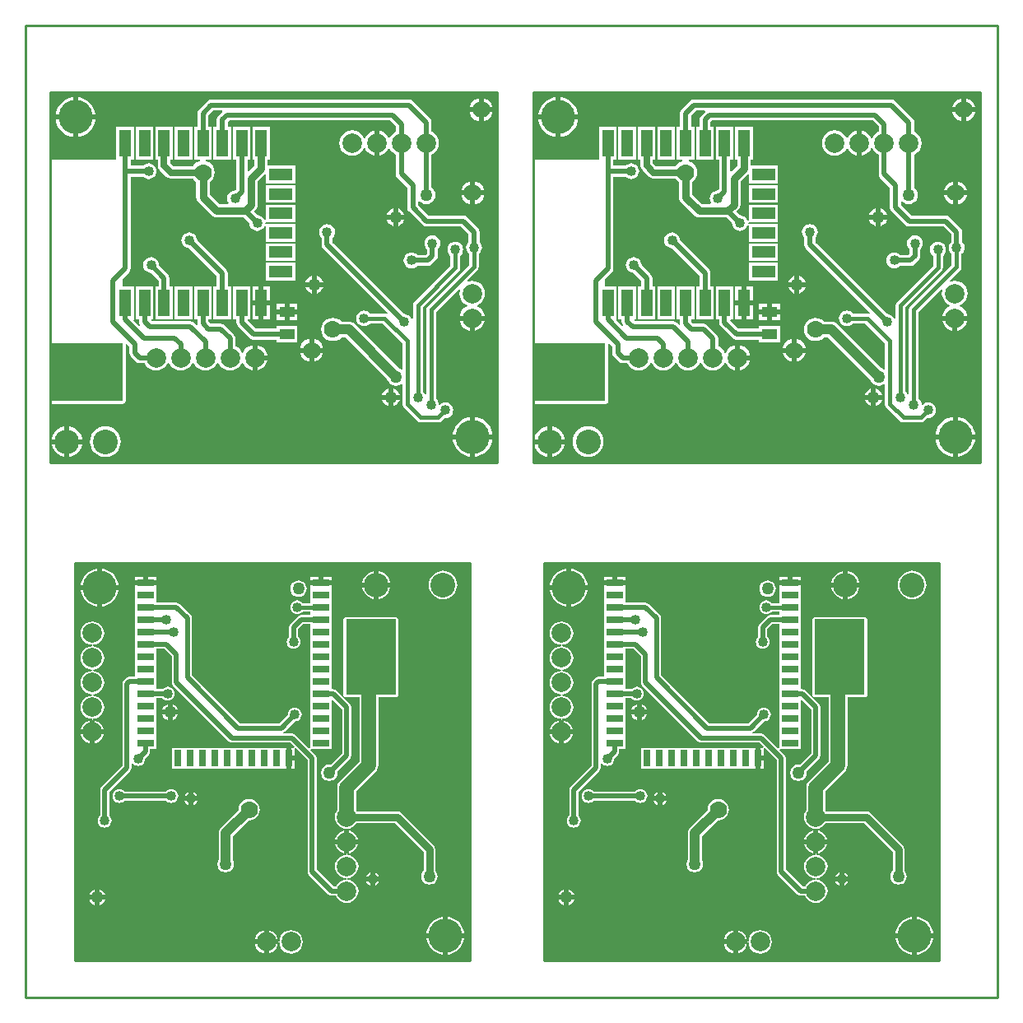
<source format=gbl>
%FSLAX23Y23*%
%MOIN*%
G70*
G01*
G75*
G04 Layer_Physical_Order=2*
G04 Layer_Color=16711680*
%ADD10R,0.079X0.150*%
%ADD11R,0.039X0.059*%
%ADD12R,0.063X0.055*%
%ADD13R,0.094X0.063*%
%ADD14R,0.059X0.039*%
%ADD15R,0.079X0.157*%
%ADD16R,0.100X0.200*%
%ADD17R,0.050X0.035*%
%ADD18R,0.110X0.079*%
%ADD19R,0.100X0.030*%
%ADD20R,0.017X0.066*%
%ADD21R,0.055X0.071*%
%ADD22R,0.090X0.150*%
%ADD23R,0.085X0.050*%
%ADD24R,0.150X0.079*%
%ADD25R,0.071X0.055*%
%ADD26R,0.063X0.094*%
%ADD27R,0.200X0.100*%
%ADD28R,0.079X0.110*%
%ADD29R,0.030X0.100*%
%ADD30R,0.026X0.042*%
%ADD31R,0.066X0.017*%
%ADD32R,0.150X0.090*%
%ADD33R,0.050X0.085*%
%ADD34C,0.025*%
%ADD35C,0.030*%
%ADD36C,0.040*%
%ADD37C,0.015*%
%ADD38C,0.020*%
%ADD39C,0.035*%
%ADD40C,0.050*%
%ADD41C,0.055*%
%ADD42C,0.010*%
%ADD43C,0.045*%
%ADD44C,0.060*%
%ADD45R,0.151X0.305*%
%ADD46R,0.035X0.075*%
%ADD47R,0.065X0.080*%
%ADD48R,0.280X0.151*%
%ADD49R,0.052X0.100*%
%ADD50R,0.094X0.047*%
%ADD51R,0.120X0.040*%
%ADD52R,0.035X0.045*%
%ADD53R,0.085X0.065*%
%ADD54R,0.064X0.076*%
%ADD55R,0.044X0.080*%
%ADD56C,0.079*%
%ADD57C,0.100*%
%ADD58C,0.138*%
%ADD59C,0.040*%
%ADD60C,0.050*%
%ADD61C,0.070*%
%ADD62R,0.030X0.070*%
%ADD63R,0.070X0.030*%
%ADD64R,0.094X0.047*%
%ADD65R,0.047X0.110*%
%ADD66R,0.205X0.305*%
%ADD67R,0.290X0.235*%
G36*
X1910Y2164D02*
X100D01*
Y2248D01*
X105Y2248D01*
X105Y2251D01*
X105Y2254D01*
X100Y2254D01*
Y2401D01*
X103Y2404D01*
X393D01*
X398Y2405D01*
X402Y2407D01*
X404Y2411D01*
X405Y2416D01*
Y2646D01*
X410Y2647D01*
X421Y2637D01*
Y2611D01*
X422Y2602D01*
X427Y2595D01*
X447Y2575D01*
X454Y2570D01*
X463Y2569D01*
X482D01*
X483Y2565D01*
X491Y2554D01*
X502Y2546D01*
X515Y2541D01*
X528Y2539D01*
X541Y2541D01*
X554Y2546D01*
X565Y2554D01*
X573Y2565D01*
X576Y2571D01*
X581D01*
X583Y2565D01*
X591Y2554D01*
X602Y2546D01*
X615Y2541D01*
X628Y2539D01*
X641Y2541D01*
X654Y2546D01*
X665Y2554D01*
X673Y2565D01*
X675Y2571D01*
X680D01*
X683Y2565D01*
X691Y2554D01*
X702Y2546D01*
X715Y2541D01*
X728Y2539D01*
X741Y2541D01*
X754Y2546D01*
X765Y2554D01*
X773Y2565D01*
X775Y2571D01*
X780D01*
X783Y2565D01*
X791Y2554D01*
X802Y2546D01*
X815Y2541D01*
X828Y2539D01*
X841Y2541D01*
X854Y2546D01*
X865Y2554D01*
X873Y2565D01*
X876Y2571D01*
X881D01*
X883Y2565D01*
X891Y2554D01*
X902Y2546D01*
X915Y2541D01*
X918Y2541D01*
Y2641D01*
X915Y2641D01*
X902Y2636D01*
X891Y2628D01*
X883Y2617D01*
X881Y2611D01*
X876D01*
X873Y2617D01*
X865Y2628D01*
X854Y2636D01*
X850Y2637D01*
Y2668D01*
X849Y2677D01*
X844Y2684D01*
X806Y2722D01*
X799Y2727D01*
X790Y2728D01*
X749D01*
X740Y2737D01*
Y2746D01*
X754D01*
Y2880D01*
X682D01*
Y2746D01*
X696D01*
Y2728D01*
X696Y2726D01*
X692Y2723D01*
X683Y2732D01*
X676Y2737D01*
X667Y2738D01*
X512D01*
X510Y2743D01*
X511Y2746D01*
X517D01*
Y2880D01*
X446D01*
Y2746D01*
X459D01*
Y2737D01*
X461Y2729D01*
X465Y2723D01*
X461Y2720D01*
X437Y2743D01*
X439Y2746D01*
X439D01*
X439Y2746D01*
Y2880D01*
X392D01*
Y2910D01*
X419Y2937D01*
X419Y2937D01*
Y2937D01*
X419Y2937D01*
Y2937D01*
X419Y2937D01*
X419D01*
X419D01*
D01*
D01*
Y2937D01*
X419D01*
X424Y2944D01*
X425Y2953D01*
Y3324D01*
X475D01*
X475Y3323D01*
X482Y3318D01*
X490Y3315D01*
X498Y3314D01*
X506Y3315D01*
X514Y3318D01*
X521Y3323D01*
X526Y3330D01*
X529Y3338D01*
X530Y3346D01*
X529Y3354D01*
X526Y3362D01*
X521Y3369D01*
X514Y3374D01*
X506Y3377D01*
X498Y3378D01*
X490Y3377D01*
X482Y3374D01*
X475Y3369D01*
X475Y3368D01*
X425D01*
Y3392D01*
X439D01*
Y3526D01*
X367D01*
Y3394D01*
X100D01*
Y3664D01*
X1910D01*
Y2164D01*
D02*
G37*
G36*
X3865D02*
X2055D01*
Y2248D01*
X2060Y2248D01*
X2060Y2251D01*
X2060Y2254D01*
X2055Y2254D01*
Y2401D01*
X2058Y2404D01*
X2348D01*
X2353Y2405D01*
X2357Y2407D01*
X2359Y2411D01*
X2360Y2416D01*
Y2646D01*
X2365Y2647D01*
X2376Y2637D01*
Y2611D01*
X2377Y2602D01*
X2382Y2595D01*
X2402Y2575D01*
X2409Y2570D01*
X2418Y2569D01*
X2437D01*
X2438Y2565D01*
X2446Y2554D01*
X2457Y2546D01*
X2470Y2541D01*
X2483Y2539D01*
X2496Y2541D01*
X2509Y2546D01*
X2520Y2554D01*
X2528Y2565D01*
X2530Y2571D01*
X2536D01*
X2538Y2565D01*
X2546Y2554D01*
X2557Y2546D01*
X2570Y2541D01*
X2583Y2539D01*
X2596Y2541D01*
X2609Y2546D01*
X2620Y2554D01*
X2628Y2565D01*
X2631Y2571D01*
X2635D01*
X2638Y2565D01*
X2646Y2554D01*
X2657Y2546D01*
X2670Y2541D01*
X2683Y2539D01*
X2696Y2541D01*
X2709Y2546D01*
X2720Y2554D01*
X2728Y2565D01*
X2730Y2571D01*
X2736D01*
X2738Y2565D01*
X2746Y2554D01*
X2757Y2546D01*
X2770Y2541D01*
X2783Y2539D01*
X2796Y2541D01*
X2809Y2546D01*
X2820Y2554D01*
X2828Y2565D01*
X2830Y2571D01*
X2836D01*
X2838Y2565D01*
X2846Y2554D01*
X2857Y2546D01*
X2870Y2541D01*
X2873Y2541D01*
Y2641D01*
X2870Y2641D01*
X2857Y2636D01*
X2846Y2628D01*
X2838Y2617D01*
X2836Y2611D01*
X2830D01*
X2828Y2617D01*
X2820Y2628D01*
X2809Y2636D01*
X2805Y2637D01*
Y2668D01*
X2804Y2677D01*
X2799Y2684D01*
X2761Y2722D01*
X2754Y2727D01*
X2745Y2728D01*
X2704D01*
X2695Y2737D01*
Y2746D01*
X2709D01*
Y2880D01*
X2637D01*
Y2746D01*
X2651D01*
Y2728D01*
X2651Y2726D01*
X2647Y2723D01*
X2638Y2732D01*
X2631Y2737D01*
X2622Y2738D01*
X2467D01*
X2465Y2743D01*
X2466Y2746D01*
X2472D01*
Y2880D01*
X2401D01*
Y2746D01*
X2414D01*
Y2737D01*
X2416Y2729D01*
X2420Y2723D01*
X2416Y2720D01*
X2392Y2743D01*
X2394Y2746D01*
X2394D01*
X2394Y2746D01*
Y2880D01*
X2347D01*
Y2910D01*
X2374Y2937D01*
X2374Y2937D01*
Y2937D01*
X2374Y2937D01*
Y2937D01*
X2374Y2937D01*
X2374D01*
X2374D01*
D01*
D01*
Y2937D01*
X2374D01*
X2379Y2944D01*
X2380Y2953D01*
Y3324D01*
X2430D01*
X2430Y3323D01*
X2437Y3318D01*
X2445Y3315D01*
X2453Y3314D01*
X2461Y3315D01*
X2469Y3318D01*
X2476Y3323D01*
X2481Y3330D01*
X2484Y3338D01*
X2485Y3346D01*
X2484Y3354D01*
X2481Y3362D01*
X2476Y3369D01*
X2469Y3374D01*
X2461Y3377D01*
X2453Y3378D01*
X2445Y3377D01*
X2437Y3374D01*
X2430Y3369D01*
X2430Y3368D01*
X2380D01*
Y3392D01*
X2394D01*
Y3526D01*
X2322D01*
Y3394D01*
X2055D01*
Y3664D01*
X3865D01*
Y2164D01*
D02*
G37*
G36*
X3700Y150D02*
X2100D01*
Y1760D01*
X3700D01*
Y150D01*
D02*
G37*
G36*
X1800D02*
X200D01*
Y1760D01*
X1800D01*
Y150D01*
D02*
G37*
%LPC*%
G36*
X595Y1187D02*
Y1165D01*
X617D01*
X614Y1172D01*
X609Y1179D01*
X602Y1184D01*
X595Y1187D01*
D02*
G37*
G36*
X2475D02*
X2468Y1184D01*
X2461Y1179D01*
X2456Y1172D01*
X2453Y1165D01*
X2475D01*
Y1187D01*
D02*
G37*
G36*
X2495D02*
Y1165D01*
X2517D01*
X2514Y1172D01*
X2509Y1179D01*
X2502Y1184D01*
X2495Y1187D01*
D02*
G37*
G36*
X2475Y1145D02*
X2453D01*
X2456Y1138D01*
X2461Y1131D01*
X2468Y1126D01*
X2475Y1123D01*
Y1145D01*
D02*
G37*
G36*
X2517D02*
X2495D01*
Y1123D01*
X2502Y1126D01*
X2509Y1131D01*
X2514Y1138D01*
X2517Y1145D01*
D02*
G37*
G36*
X575Y1187D02*
X568Y1184D01*
X561Y1179D01*
X556Y1172D01*
X553Y1165D01*
X575D01*
Y1187D01*
D02*
G37*
G36*
X290Y1650D02*
X224D01*
X224Y1645D01*
X229Y1630D01*
X236Y1617D01*
X245Y1605D01*
X257Y1596D01*
X270Y1589D01*
X285Y1584D01*
X290Y1584D01*
Y1650D01*
D02*
G37*
G36*
X2190D02*
X2124D01*
X2124Y1645D01*
X2129Y1630D01*
X2136Y1617D01*
X2145Y1605D01*
X2157Y1596D01*
X2170Y1589D01*
X2185Y1584D01*
X2190Y1584D01*
Y1650D01*
D02*
G37*
G36*
X2276D02*
X2210D01*
Y1584D01*
X2215Y1584D01*
X2230Y1589D01*
X2243Y1596D01*
X2255Y1605D01*
X2264Y1617D01*
X2271Y1630D01*
X2276Y1645D01*
X2276Y1650D01*
D02*
G37*
G36*
X1690Y1728D02*
X1679Y1727D01*
X1668Y1724D01*
X1658Y1718D01*
X1649Y1711D01*
X1642Y1702D01*
X1636Y1692D01*
X1633Y1681D01*
X1632Y1670D01*
X1633Y1659D01*
X1636Y1648D01*
X1642Y1638D01*
X1649Y1629D01*
X1658Y1622D01*
X1668Y1616D01*
X1679Y1613D01*
X1690Y1612D01*
X1701Y1613D01*
X1712Y1616D01*
X1722Y1622D01*
X1731Y1629D01*
X1738Y1638D01*
X1744Y1648D01*
X1747Y1659D01*
X1748Y1670D01*
X1747Y1681D01*
X1744Y1692D01*
X1738Y1702D01*
X1731Y1711D01*
X1722Y1718D01*
X1712Y1724D01*
X1701Y1727D01*
X1690Y1728D01*
D02*
G37*
G36*
X1410Y1660D02*
X1363D01*
X1363Y1659D01*
X1366Y1648D01*
X1372Y1638D01*
X1379Y1629D01*
X1388Y1622D01*
X1398Y1616D01*
X1409Y1613D01*
X1410Y1613D01*
Y1660D01*
D02*
G37*
G36*
X3590Y1728D02*
X3579Y1727D01*
X3568Y1724D01*
X3558Y1718D01*
X3549Y1711D01*
X3542Y1702D01*
X3536Y1692D01*
X3533Y1681D01*
X3532Y1670D01*
X3533Y1659D01*
X3536Y1648D01*
X3542Y1638D01*
X3549Y1629D01*
X3558Y1622D01*
X3568Y1616D01*
X3579Y1613D01*
X3590Y1612D01*
X3601Y1613D01*
X3612Y1616D01*
X3622Y1622D01*
X3631Y1629D01*
X3638Y1638D01*
X3644Y1648D01*
X3647Y1659D01*
X3648Y1670D01*
X3647Y1681D01*
X3644Y1692D01*
X3638Y1702D01*
X3631Y1711D01*
X3622Y1718D01*
X3612Y1724D01*
X3601Y1727D01*
X3590Y1728D01*
D02*
G37*
G36*
X376Y1650D02*
X310D01*
Y1584D01*
X315Y1584D01*
X330Y1589D01*
X343Y1596D01*
X355Y1605D01*
X364Y1617D01*
X371Y1630D01*
X376Y1645D01*
X376Y1650D01*
D02*
G37*
G36*
X316Y1065D02*
X280D01*
Y1029D01*
X282Y1029D01*
X294Y1034D01*
X304Y1041D01*
X311Y1051D01*
X316Y1063D01*
X316Y1065D01*
D02*
G37*
G36*
X2160D02*
X2124D01*
X2124Y1063D01*
X2129Y1051D01*
X2136Y1041D01*
X2146Y1034D01*
X2158Y1029D01*
X2160Y1029D01*
Y1065D01*
D02*
G37*
G36*
X2216D02*
X2180D01*
Y1029D01*
X2182Y1029D01*
X2194Y1034D01*
X2204Y1041D01*
X2211Y1051D01*
X2216Y1063D01*
X2216Y1065D01*
D02*
G37*
G36*
X260D02*
X224D01*
X224Y1063D01*
X229Y1051D01*
X236Y1041D01*
X246Y1034D01*
X258Y1029D01*
X260Y1029D01*
Y1065D01*
D02*
G37*
G36*
X2988Y958D02*
X2975D01*
Y925D01*
X2988D01*
Y958D01*
D02*
G37*
G36*
X1038Y1011D02*
Y1011D01*
X992D01*
D01*
D01*
X992Y1011D01*
X988D01*
Y1011D01*
X942D01*
D01*
D01*
X942Y1011D01*
X938D01*
Y1011D01*
X892D01*
D01*
D01*
X892Y1011D01*
X888D01*
Y1011D01*
X842D01*
D01*
D01*
X842Y1011D01*
X838D01*
Y1011D01*
X792D01*
D01*
D01*
X792Y1011D01*
X788D01*
Y1011D01*
X742D01*
D01*
D01*
X742Y1011D01*
X738D01*
Y1011D01*
X692D01*
D01*
D01*
X692Y1011D01*
X688D01*
Y1011D01*
X642D01*
D01*
D01*
X642Y1011D01*
X638D01*
Y1011D01*
X592D01*
Y925D01*
X638D01*
Y925D01*
X638D01*
X638Y925D01*
X642D01*
Y925D01*
X688D01*
Y925D01*
X688D01*
X688Y925D01*
X692D01*
Y925D01*
X738D01*
Y925D01*
X738D01*
X738Y925D01*
X742D01*
Y925D01*
X788D01*
Y925D01*
X788D01*
X788Y925D01*
X792D01*
Y925D01*
X838D01*
Y925D01*
X838D01*
X838Y925D01*
X842D01*
Y925D01*
X888D01*
Y925D01*
X888D01*
X888Y925D01*
X892D01*
Y925D01*
X938D01*
Y925D01*
X938D01*
X938Y925D01*
X942D01*
Y925D01*
X988D01*
Y925D01*
X988D01*
X988Y925D01*
X992D01*
Y925D01*
X1038D01*
Y925D01*
X1038D01*
X1038Y925D01*
X1042D01*
Y925D01*
X1055D01*
Y968D01*
Y1011D01*
X1042D01*
D01*
D01*
X1042Y1011D01*
X1038D01*
D02*
G37*
G36*
X2938D02*
Y1011D01*
X2892D01*
D01*
D01*
X2892Y1011D01*
X2888D01*
Y1011D01*
X2842D01*
D01*
D01*
X2842Y1011D01*
X2838D01*
Y1011D01*
X2792D01*
D01*
D01*
X2792Y1011D01*
X2788D01*
Y1011D01*
X2742D01*
D01*
D01*
X2742Y1011D01*
X2738D01*
Y1011D01*
X2692D01*
D01*
D01*
X2692Y1011D01*
X2688D01*
Y1011D01*
X2642D01*
D01*
D01*
X2642Y1011D01*
X2638D01*
Y1011D01*
X2592D01*
D01*
D01*
X2592Y1011D01*
X2588D01*
Y1011D01*
X2542D01*
D01*
D01*
X2542Y1011D01*
X2538D01*
Y1011D01*
X2492D01*
Y925D01*
X2538D01*
Y925D01*
X2538D01*
X2538Y925D01*
X2542D01*
Y925D01*
X2588D01*
Y925D01*
X2588D01*
X2588Y925D01*
X2592D01*
Y925D01*
X2638D01*
Y925D01*
X2638D01*
X2638Y925D01*
X2642D01*
Y925D01*
X2688D01*
Y925D01*
X2688D01*
X2688Y925D01*
X2692D01*
Y925D01*
X2738D01*
Y925D01*
X2738D01*
X2738Y925D01*
X2742D01*
Y925D01*
X2788D01*
Y925D01*
X2788D01*
X2788Y925D01*
X2792D01*
Y925D01*
X2838D01*
Y925D01*
X2838D01*
X2838Y925D01*
X2842D01*
Y925D01*
X2888D01*
Y925D01*
X2888D01*
X2888Y925D01*
X2892D01*
Y925D01*
X2938D01*
Y925D01*
X2938D01*
X2938Y925D01*
X2942D01*
Y925D01*
X2955D01*
Y968D01*
Y1011D01*
X2942D01*
D01*
D01*
X2942Y1011D01*
X2938D01*
D02*
G37*
G36*
X260Y1121D02*
X258Y1121D01*
X246Y1116D01*
X236Y1109D01*
X229Y1099D01*
X224Y1087D01*
X224Y1085D01*
X260D01*
Y1121D01*
D02*
G37*
G36*
X2170Y1523D02*
X2158Y1521D01*
X2146Y1516D01*
X2136Y1509D01*
X2129Y1499D01*
X2124Y1487D01*
X2122Y1475D01*
X2124Y1463D01*
X2129Y1451D01*
X2136Y1441D01*
X2146Y1434D01*
X2158Y1429D01*
X2168Y1428D01*
Y1423D01*
X2158Y1421D01*
X2146Y1416D01*
X2136Y1409D01*
X2129Y1399D01*
X2124Y1387D01*
X2122Y1375D01*
X2124Y1363D01*
X2129Y1351D01*
X2136Y1341D01*
X2146Y1334D01*
X2158Y1329D01*
X2168Y1327D01*
Y1322D01*
X2158Y1321D01*
X2146Y1316D01*
X2136Y1309D01*
X2129Y1299D01*
X2124Y1287D01*
X2122Y1275D01*
X2124Y1263D01*
X2129Y1251D01*
X2136Y1241D01*
X2146Y1234D01*
X2158Y1229D01*
X2168Y1227D01*
Y1222D01*
X2158Y1221D01*
X2146Y1216D01*
X2136Y1209D01*
X2129Y1199D01*
X2124Y1187D01*
X2122Y1175D01*
X2124Y1163D01*
X2129Y1151D01*
X2136Y1141D01*
X2146Y1134D01*
X2158Y1129D01*
X2168Y1128D01*
Y1123D01*
X2170Y1123D01*
X2172Y1123D01*
Y1128D01*
X2182Y1129D01*
X2194Y1134D01*
X2204Y1141D01*
X2211Y1151D01*
X2216Y1163D01*
X2218Y1175D01*
X2216Y1187D01*
X2211Y1199D01*
X2204Y1209D01*
X2194Y1216D01*
X2182Y1221D01*
X2172Y1222D01*
Y1227D01*
X2182Y1229D01*
X2194Y1234D01*
X2204Y1241D01*
X2211Y1251D01*
X2216Y1263D01*
X2218Y1275D01*
X2216Y1287D01*
X2211Y1299D01*
X2204Y1309D01*
X2194Y1316D01*
X2182Y1321D01*
X2172Y1322D01*
Y1327D01*
X2182Y1329D01*
X2194Y1334D01*
X2204Y1341D01*
X2211Y1351D01*
X2216Y1363D01*
X2218Y1375D01*
X2216Y1387D01*
X2211Y1399D01*
X2204Y1409D01*
X2194Y1416D01*
X2182Y1421D01*
X2172Y1423D01*
Y1428D01*
X2182Y1429D01*
X2194Y1434D01*
X2204Y1441D01*
X2211Y1451D01*
X2216Y1463D01*
X2218Y1475D01*
X2216Y1487D01*
X2211Y1499D01*
X2204Y1509D01*
X2194Y1516D01*
X2182Y1521D01*
X2170Y1523D01*
D02*
G37*
G36*
X575Y1145D02*
X553D01*
X556Y1138D01*
X561Y1131D01*
X568Y1126D01*
X575Y1123D01*
Y1145D01*
D02*
G37*
G36*
X617D02*
X595D01*
Y1123D01*
X602Y1126D01*
X609Y1131D01*
X614Y1138D01*
X617Y1145D01*
D02*
G37*
G36*
X270Y1523D02*
X258Y1521D01*
X246Y1516D01*
X236Y1509D01*
X229Y1499D01*
X224Y1487D01*
X222Y1475D01*
X224Y1463D01*
X229Y1451D01*
X236Y1441D01*
X246Y1434D01*
X258Y1429D01*
X268Y1428D01*
Y1423D01*
X258Y1421D01*
X246Y1416D01*
X236Y1409D01*
X229Y1399D01*
X224Y1387D01*
X222Y1375D01*
X224Y1363D01*
X229Y1351D01*
X236Y1341D01*
X246Y1334D01*
X258Y1329D01*
X268Y1327D01*
Y1322D01*
X258Y1321D01*
X246Y1316D01*
X236Y1309D01*
X229Y1299D01*
X224Y1287D01*
X222Y1275D01*
X224Y1263D01*
X229Y1251D01*
X236Y1241D01*
X246Y1234D01*
X258Y1229D01*
X268Y1227D01*
Y1222D01*
X258Y1221D01*
X246Y1216D01*
X236Y1209D01*
X229Y1199D01*
X224Y1187D01*
X222Y1175D01*
X224Y1163D01*
X229Y1151D01*
X236Y1141D01*
X246Y1134D01*
X258Y1129D01*
X268Y1128D01*
Y1123D01*
X270Y1123D01*
X272Y1123D01*
Y1128D01*
X282Y1129D01*
X294Y1134D01*
X304Y1141D01*
X311Y1151D01*
X316Y1163D01*
X318Y1175D01*
X316Y1187D01*
X311Y1199D01*
X304Y1209D01*
X294Y1216D01*
X282Y1221D01*
X272Y1222D01*
Y1227D01*
X282Y1229D01*
X294Y1234D01*
X304Y1241D01*
X311Y1251D01*
X316Y1263D01*
X318Y1275D01*
X316Y1287D01*
X311Y1299D01*
X304Y1309D01*
X294Y1316D01*
X282Y1321D01*
X272Y1322D01*
Y1327D01*
X282Y1329D01*
X294Y1334D01*
X304Y1341D01*
X311Y1351D01*
X316Y1363D01*
X318Y1375D01*
X316Y1387D01*
X311Y1399D01*
X304Y1409D01*
X294Y1416D01*
X282Y1421D01*
X272Y1423D01*
Y1428D01*
X282Y1429D01*
X294Y1434D01*
X304Y1441D01*
X311Y1451D01*
X316Y1463D01*
X318Y1475D01*
X316Y1487D01*
X311Y1499D01*
X304Y1509D01*
X294Y1516D01*
X282Y1521D01*
X270Y1523D01*
D02*
G37*
G36*
X280Y1121D02*
Y1085D01*
X316D01*
X316Y1087D01*
X311Y1099D01*
X304Y1109D01*
X294Y1116D01*
X282Y1121D01*
X280Y1121D01*
D02*
G37*
G36*
X2160D02*
X2158Y1121D01*
X2146Y1116D01*
X2136Y1109D01*
X2129Y1099D01*
X2124Y1087D01*
X2124Y1085D01*
X2160D01*
Y1121D01*
D02*
G37*
G36*
X2180D02*
Y1085D01*
X2216D01*
X2216Y1087D01*
X2211Y1099D01*
X2204Y1109D01*
X2194Y1116D01*
X2182Y1121D01*
X2180Y1121D01*
D02*
G37*
G36*
X1477Y1660D02*
X1430D01*
Y1613D01*
X1431Y1613D01*
X1442Y1616D01*
X1452Y1622D01*
X1461Y1629D01*
X1468Y1638D01*
X1474Y1648D01*
X1477Y1659D01*
X1477Y1660D01*
D02*
G37*
G36*
X2375Y1703D02*
X2342D01*
Y1690D01*
X2375D01*
Y1703D01*
D02*
G37*
G36*
X2428D02*
X2395D01*
Y1690D01*
X2428D01*
Y1703D01*
D02*
G37*
G36*
X3085D02*
X3052D01*
Y1690D01*
X3085D01*
Y1703D01*
D02*
G37*
G36*
X1238D02*
X1205D01*
Y1690D01*
X1238D01*
Y1703D01*
D02*
G37*
G36*
X475D02*
X442D01*
Y1690D01*
X475D01*
Y1703D01*
D02*
G37*
G36*
X528D02*
X495D01*
Y1690D01*
X528D01*
Y1703D01*
D02*
G37*
G36*
X1185D02*
X1152D01*
Y1690D01*
X1185D01*
Y1703D01*
D02*
G37*
G36*
X228Y2241D02*
X177D01*
Y2190D01*
X179Y2190D01*
X191Y2193D01*
X202Y2199D01*
X211Y2207D01*
X219Y2216D01*
X225Y2227D01*
X228Y2239D01*
X228Y2241D01*
D02*
G37*
G36*
X2112D02*
X2061D01*
X2061Y2239D01*
X2064Y2227D01*
X2070Y2216D01*
X2078Y2207D01*
X2087Y2199D01*
X2098Y2193D01*
X2110Y2190D01*
X2112Y2190D01*
Y2241D01*
D02*
G37*
G36*
X2183D02*
X2132D01*
Y2190D01*
X2134Y2190D01*
X2146Y2193D01*
X2157Y2199D01*
X2166Y2207D01*
X2174Y2216D01*
X2180Y2227D01*
X2183Y2239D01*
X2183Y2241D01*
D02*
G37*
G36*
X157D02*
X106D01*
X106Y2239D01*
X109Y2227D01*
X115Y2216D01*
X123Y2207D01*
X132Y2199D01*
X143Y2193D01*
X155Y2190D01*
X157Y2190D01*
Y2241D01*
D02*
G37*
G36*
X3138Y1703D02*
X3105D01*
Y1690D01*
X3138D01*
Y1703D01*
D02*
G37*
G36*
X323Y2313D02*
X311Y2312D01*
X299Y2309D01*
X288Y2303D01*
X279Y2295D01*
X271Y2286D01*
X265Y2275D01*
X262Y2263D01*
X261Y2251D01*
X262Y2239D01*
X265Y2227D01*
X271Y2216D01*
X279Y2207D01*
X288Y2199D01*
X299Y2193D01*
X311Y2190D01*
X323Y2189D01*
X335Y2190D01*
X347Y2193D01*
X358Y2199D01*
X367Y2207D01*
X375Y2216D01*
X381Y2227D01*
X384Y2239D01*
X385Y2251D01*
X384Y2263D01*
X381Y2275D01*
X375Y2286D01*
X367Y2295D01*
X358Y2303D01*
X347Y2309D01*
X335Y2312D01*
X323Y2313D01*
D02*
G37*
G36*
X2278D02*
X2266Y2312D01*
X2254Y2309D01*
X2243Y2303D01*
X2234Y2295D01*
X2226Y2286D01*
X2220Y2275D01*
X2217Y2263D01*
X2216Y2251D01*
X2217Y2239D01*
X2220Y2227D01*
X2226Y2216D01*
X2234Y2207D01*
X2243Y2199D01*
X2254Y2193D01*
X2266Y2190D01*
X2278Y2189D01*
X2290Y2190D01*
X2302Y2193D01*
X2313Y2199D01*
X2322Y2207D01*
X2330Y2216D01*
X2336Y2227D01*
X2339Y2239D01*
X2340Y2251D01*
X2339Y2263D01*
X2336Y2275D01*
X2330Y2286D01*
X2322Y2295D01*
X2313Y2303D01*
X2302Y2309D01*
X2290Y2312D01*
X2278Y2313D01*
D02*
G37*
G36*
X1238Y1670D02*
X1152D01*
Y1657D01*
X1152Y1657D01*
X1152Y1653D01*
X1152D01*
Y1607D01*
X1152Y1607D01*
X1152Y1603D01*
X1152D01*
Y1596D01*
X1123D01*
X1120Y1600D01*
X1114Y1604D01*
X1107Y1607D01*
X1100Y1608D01*
X1093Y1607D01*
X1086Y1604D01*
X1080Y1600D01*
X1076Y1594D01*
X1073Y1587D01*
X1072Y1580D01*
X1073Y1573D01*
X1076Y1566D01*
X1080Y1560D01*
X1086Y1556D01*
X1093Y1553D01*
X1100Y1552D01*
X1107Y1553D01*
X1114Y1556D01*
X1120Y1560D01*
X1123Y1564D01*
X1152D01*
Y1557D01*
X1152Y1557D01*
X1152Y1553D01*
D01*
X1152Y1548D01*
X1115D01*
X1109Y1547D01*
X1108Y1547D01*
X1102Y1543D01*
X1072Y1513D01*
X1068Y1507D01*
X1068Y1506D01*
X1067Y1500D01*
Y1461D01*
X1065Y1460D01*
X1061Y1454D01*
X1058Y1447D01*
X1057Y1440D01*
X1058Y1433D01*
X1061Y1426D01*
X1065Y1420D01*
X1071Y1416D01*
X1078Y1413D01*
X1085Y1412D01*
X1092Y1413D01*
X1099Y1416D01*
X1105Y1420D01*
X1109Y1426D01*
X1112Y1433D01*
X1113Y1440D01*
X1112Y1447D01*
X1109Y1454D01*
X1105Y1460D01*
X1103Y1461D01*
Y1492D01*
X1123Y1512D01*
X1152D01*
X1152Y1507D01*
X1152D01*
X1152Y1503D01*
X1152D01*
Y1457D01*
X1152Y1457D01*
X1152Y1453D01*
X1152D01*
Y1407D01*
X1152Y1407D01*
X1152Y1403D01*
X1152D01*
Y1357D01*
X1152Y1357D01*
X1152Y1353D01*
X1152D01*
Y1307D01*
X1152Y1307D01*
X1152Y1303D01*
X1152D01*
Y1257D01*
X1152Y1257D01*
X1152Y1253D01*
X1152D01*
Y1207D01*
X1152Y1207D01*
X1152Y1203D01*
X1152D01*
Y1157D01*
X1152Y1157D01*
X1152Y1153D01*
X1152D01*
Y1107D01*
X1152Y1107D01*
X1152Y1103D01*
X1152D01*
Y1057D01*
X1152Y1057D01*
X1152Y1053D01*
X1152D01*
Y1010D01*
X1152Y1010D01*
D01*
X1147Y1009D01*
X1093Y1063D01*
X1087Y1067D01*
X1086Y1067D01*
X1080Y1068D01*
X1044D01*
X1042Y1073D01*
X1048Y1077D01*
X1088Y1117D01*
X1090Y1117D01*
X1097Y1118D01*
X1104Y1121D01*
X1110Y1125D01*
X1114Y1131D01*
X1117Y1138D01*
X1118Y1145D01*
X1117Y1152D01*
X1114Y1159D01*
X1110Y1165D01*
X1104Y1169D01*
X1097Y1172D01*
X1090Y1173D01*
X1083Y1172D01*
X1076Y1169D01*
X1070Y1165D01*
X1066Y1159D01*
X1063Y1152D01*
X1062Y1145D01*
X1062Y1143D01*
X1027Y1108D01*
X868D01*
X673Y1303D01*
Y1535D01*
X672Y1541D01*
X672Y1542D01*
X668Y1548D01*
X623Y1593D01*
X617Y1597D01*
X616Y1597D01*
X610Y1598D01*
X528D01*
X528Y1603D01*
D01*
Y1607D01*
X528D01*
Y1653D01*
D01*
Y1653D01*
X528Y1653D01*
Y1657D01*
X528D01*
Y1670D01*
X442D01*
Y1657D01*
X442Y1657D01*
X442Y1653D01*
X442D01*
Y1607D01*
X442Y1607D01*
X442Y1603D01*
X442D01*
Y1557D01*
X442Y1557D01*
X442Y1553D01*
X442D01*
Y1507D01*
X442Y1507D01*
X442Y1503D01*
X442D01*
Y1457D01*
X442Y1457D01*
X442Y1453D01*
X442D01*
Y1407D01*
X442Y1407D01*
X442Y1403D01*
X442D01*
Y1357D01*
X442Y1357D01*
X442Y1353D01*
X442D01*
Y1307D01*
X442Y1307D01*
X442Y1303D01*
D01*
X442Y1298D01*
X420D01*
X413Y1297D01*
X411Y1296D01*
X407Y1293D01*
X397Y1283D01*
X393Y1277D01*
X393Y1276D01*
X392Y1270D01*
Y938D01*
X307Y853D01*
X303Y847D01*
X303Y846D01*
X302Y840D01*
Y736D01*
X300Y735D01*
X296Y729D01*
X293Y722D01*
X292Y715D01*
X293Y708D01*
X296Y701D01*
X300Y695D01*
X306Y691D01*
X313Y688D01*
X320Y687D01*
X327Y688D01*
X334Y691D01*
X340Y695D01*
X344Y701D01*
X347Y708D01*
X348Y715D01*
X347Y722D01*
X344Y729D01*
X340Y735D01*
X338Y736D01*
Y832D01*
X423Y917D01*
X427Y923D01*
X427Y924D01*
X428Y930D01*
Y946D01*
X433Y948D01*
X435Y945D01*
X441Y941D01*
X448Y938D01*
X455Y937D01*
X462Y938D01*
X469Y941D01*
X475Y945D01*
X479Y951D01*
X482Y958D01*
X483Y965D01*
X483Y967D01*
X498Y982D01*
X502Y988D01*
X502Y989D01*
X503Y995D01*
Y1007D01*
X528D01*
Y1053D01*
D01*
Y1053D01*
X528Y1053D01*
Y1057D01*
X528D01*
Y1103D01*
D01*
Y1103D01*
X528Y1103D01*
Y1107D01*
X528D01*
Y1153D01*
D01*
Y1153D01*
X528Y1153D01*
Y1157D01*
X528D01*
Y1203D01*
D01*
Y1203D01*
X528Y1203D01*
Y1207D01*
D01*
X528Y1212D01*
X554D01*
X555Y1210D01*
X561Y1206D01*
X568Y1203D01*
X575Y1202D01*
X582Y1203D01*
X589Y1206D01*
X595Y1210D01*
X599Y1216D01*
X602Y1223D01*
X603Y1230D01*
X602Y1237D01*
X599Y1244D01*
X595Y1250D01*
X589Y1254D01*
X582Y1257D01*
X575Y1258D01*
X568Y1257D01*
X561Y1254D01*
X555Y1250D01*
X554Y1248D01*
X528D01*
X528Y1253D01*
D01*
Y1257D01*
X528D01*
Y1303D01*
D01*
Y1303D01*
X528Y1303D01*
Y1307D01*
X528D01*
Y1353D01*
D01*
Y1353D01*
X528Y1353D01*
Y1357D01*
X528D01*
Y1403D01*
D01*
Y1403D01*
X528Y1403D01*
Y1407D01*
D01*
X528Y1412D01*
X562D01*
X592Y1382D01*
Y1275D01*
X593Y1269D01*
X593Y1268D01*
X597Y1262D01*
X822Y1037D01*
X828Y1033D01*
X835Y1032D01*
X1072D01*
X1088Y1016D01*
Y1015D01*
X1087Y1011D01*
X1075D01*
Y978D01*
X1088D01*
Y1010D01*
X1089Y1010D01*
D01*
X1093Y1011D01*
X1142Y962D01*
Y510D01*
X1143Y504D01*
X1143Y503D01*
X1147Y497D01*
X1227Y417D01*
X1233Y413D01*
X1234Y413D01*
X1240Y412D01*
X1256D01*
X1259Y406D01*
X1266Y396D01*
X1276Y389D01*
X1288Y384D01*
X1300Y382D01*
X1312Y384D01*
X1324Y389D01*
X1334Y396D01*
X1341Y406D01*
X1346Y418D01*
X1348Y430D01*
X1346Y442D01*
X1341Y454D01*
X1334Y464D01*
X1324Y471D01*
X1312Y476D01*
X1302Y477D01*
Y482D01*
X1312Y484D01*
X1324Y489D01*
X1334Y496D01*
X1341Y506D01*
X1346Y518D01*
X1348Y530D01*
X1346Y542D01*
X1341Y554D01*
X1334Y564D01*
X1324Y571D01*
X1312Y576D01*
X1302Y577D01*
Y582D01*
X1300Y582D01*
X1298Y582D01*
Y577D01*
X1288Y576D01*
X1276Y571D01*
X1266Y564D01*
X1259Y554D01*
X1254Y542D01*
X1252Y530D01*
X1254Y518D01*
X1259Y506D01*
X1266Y496D01*
X1276Y489D01*
X1288Y484D01*
X1298Y482D01*
Y477D01*
X1288Y476D01*
X1276Y471D01*
X1266Y464D01*
X1259Y454D01*
X1256Y448D01*
X1248D01*
X1178Y518D01*
Y970D01*
X1177Y976D01*
X1177Y977D01*
X1173Y983D01*
X1154Y1002D01*
X1155Y1007D01*
D01*
X1155Y1007D01*
X1238D01*
Y1053D01*
D01*
Y1053D01*
X1238Y1053D01*
Y1057D01*
X1238D01*
Y1103D01*
D01*
Y1103D01*
X1238Y1103D01*
Y1107D01*
X1238D01*
Y1153D01*
D01*
Y1153D01*
X1238Y1153D01*
Y1157D01*
X1238D01*
Y1203D01*
X1238D01*
Y1205D01*
X1243Y1206D01*
X1282Y1167D01*
Y988D01*
X1236Y942D01*
X1230Y943D01*
X1221Y942D01*
X1213Y939D01*
X1206Y934D01*
X1201Y927D01*
X1198Y919D01*
X1197Y910D01*
X1198Y901D01*
X1201Y893D01*
X1206Y886D01*
X1213Y881D01*
X1221Y878D01*
X1230Y877D01*
X1239Y878D01*
X1247Y881D01*
X1254Y886D01*
X1259Y893D01*
X1262Y901D01*
X1263Y910D01*
X1262Y916D01*
X1313Y967D01*
X1316Y971D01*
X1317Y973D01*
X1318Y980D01*
Y1175D01*
X1317Y1182D01*
X1316Y1184D01*
X1313Y1188D01*
X1258Y1243D01*
X1252Y1247D01*
X1251Y1247D01*
X1245Y1248D01*
X1238D01*
X1238Y1253D01*
D01*
Y1257D01*
X1238D01*
Y1303D01*
D01*
Y1303D01*
X1238Y1303D01*
Y1307D01*
X1238D01*
Y1353D01*
D01*
Y1353D01*
X1238Y1353D01*
Y1357D01*
X1238D01*
Y1403D01*
D01*
Y1403D01*
X1238Y1403D01*
Y1407D01*
X1238D01*
Y1453D01*
D01*
Y1453D01*
X1238Y1453D01*
Y1457D01*
X1238D01*
Y1503D01*
D01*
Y1503D01*
X1238Y1503D01*
Y1507D01*
X1238D01*
Y1553D01*
D01*
Y1553D01*
X1238Y1553D01*
Y1557D01*
X1238D01*
Y1603D01*
D01*
Y1603D01*
X1238Y1603D01*
Y1607D01*
X1238D01*
Y1653D01*
D01*
Y1653D01*
X1238Y1653D01*
Y1657D01*
X1238D01*
Y1670D01*
D02*
G37*
G36*
X3138D02*
X3052D01*
Y1657D01*
X3052Y1657D01*
X3052Y1653D01*
X3052D01*
Y1607D01*
X3052Y1607D01*
X3052Y1603D01*
X3052D01*
Y1596D01*
X3023D01*
X3020Y1600D01*
X3014Y1604D01*
X3007Y1607D01*
X3000Y1608D01*
X2993Y1607D01*
X2986Y1604D01*
X2980Y1600D01*
X2976Y1594D01*
X2973Y1587D01*
X2972Y1580D01*
X2973Y1573D01*
X2976Y1566D01*
X2980Y1560D01*
X2986Y1556D01*
X2993Y1553D01*
X3000Y1552D01*
X3007Y1553D01*
X3014Y1556D01*
X3020Y1560D01*
X3023Y1564D01*
X3052D01*
Y1557D01*
X3052Y1557D01*
X3052Y1553D01*
D01*
X3052Y1548D01*
X3015D01*
X3009Y1547D01*
X3008Y1547D01*
X3002Y1543D01*
X2972Y1513D01*
X2968Y1507D01*
X2968Y1506D01*
X2967Y1500D01*
Y1461D01*
X2965Y1460D01*
X2961Y1454D01*
X2958Y1447D01*
X2957Y1440D01*
X2958Y1433D01*
X2961Y1426D01*
X2965Y1420D01*
X2971Y1416D01*
X2978Y1413D01*
X2985Y1412D01*
X2992Y1413D01*
X2999Y1416D01*
X3005Y1420D01*
X3009Y1426D01*
X3012Y1433D01*
X3013Y1440D01*
X3012Y1447D01*
X3009Y1454D01*
X3005Y1460D01*
X3003Y1461D01*
Y1492D01*
X3023Y1512D01*
X3052D01*
X3052Y1507D01*
X3052D01*
X3052Y1503D01*
X3052D01*
Y1457D01*
X3052Y1457D01*
X3052Y1453D01*
X3052D01*
Y1407D01*
X3052Y1407D01*
X3052Y1403D01*
X3052D01*
Y1357D01*
X3052Y1357D01*
X3052Y1353D01*
X3052D01*
Y1307D01*
X3052Y1307D01*
X3052Y1303D01*
X3052D01*
Y1257D01*
X3052Y1257D01*
X3052Y1253D01*
X3052D01*
Y1207D01*
X3052Y1207D01*
X3052Y1203D01*
X3052D01*
Y1157D01*
X3052Y1157D01*
X3052Y1153D01*
X3052D01*
Y1107D01*
X3052Y1107D01*
X3052Y1103D01*
X3052D01*
Y1057D01*
X3052Y1057D01*
X3052Y1053D01*
X3052D01*
Y1010D01*
X3052Y1010D01*
D01*
X3047Y1009D01*
X2993Y1063D01*
X2987Y1067D01*
X2986Y1067D01*
X2980Y1068D01*
X2944D01*
X2942Y1073D01*
X2948Y1077D01*
X2988Y1117D01*
X2990Y1117D01*
X2997Y1118D01*
X3004Y1121D01*
X3010Y1125D01*
X3014Y1131D01*
X3017Y1138D01*
X3018Y1145D01*
X3017Y1152D01*
X3014Y1159D01*
X3010Y1165D01*
X3004Y1169D01*
X2997Y1172D01*
X2990Y1173D01*
X2983Y1172D01*
X2976Y1169D01*
X2970Y1165D01*
X2966Y1159D01*
X2963Y1152D01*
X2962Y1145D01*
X2962Y1143D01*
X2927Y1108D01*
X2768D01*
X2573Y1303D01*
Y1535D01*
X2572Y1541D01*
X2572Y1542D01*
X2568Y1548D01*
X2523Y1593D01*
X2517Y1597D01*
X2516Y1597D01*
X2510Y1598D01*
X2428D01*
X2428Y1603D01*
D01*
Y1607D01*
X2428D01*
Y1653D01*
D01*
Y1653D01*
X2428Y1653D01*
Y1657D01*
X2428D01*
Y1670D01*
X2342D01*
Y1657D01*
X2342Y1657D01*
X2342Y1653D01*
X2342D01*
Y1607D01*
X2342Y1607D01*
X2342Y1603D01*
X2342D01*
Y1557D01*
X2342Y1557D01*
X2342Y1553D01*
X2342D01*
Y1507D01*
X2342Y1507D01*
X2342Y1503D01*
X2342D01*
Y1457D01*
X2342Y1457D01*
X2342Y1453D01*
X2342D01*
Y1407D01*
X2342Y1407D01*
X2342Y1403D01*
X2342D01*
Y1357D01*
X2342Y1357D01*
X2342Y1353D01*
X2342D01*
Y1307D01*
X2342Y1307D01*
X2342Y1303D01*
D01*
X2342Y1298D01*
X2320D01*
X2313Y1297D01*
X2311Y1296D01*
X2307Y1293D01*
X2297Y1283D01*
X2293Y1277D01*
X2293Y1276D01*
X2292Y1270D01*
Y938D01*
X2207Y853D01*
X2203Y847D01*
X2203Y846D01*
X2202Y840D01*
Y736D01*
X2200Y735D01*
X2196Y729D01*
X2193Y722D01*
X2192Y715D01*
X2193Y708D01*
X2196Y701D01*
X2200Y695D01*
X2206Y691D01*
X2213Y688D01*
X2220Y687D01*
X2227Y688D01*
X2234Y691D01*
X2240Y695D01*
X2244Y701D01*
X2247Y708D01*
X2248Y715D01*
X2247Y722D01*
X2244Y729D01*
X2240Y735D01*
X2238Y736D01*
Y832D01*
X2323Y917D01*
X2327Y923D01*
X2327Y924D01*
X2328Y930D01*
Y946D01*
X2333Y948D01*
X2335Y945D01*
X2341Y941D01*
X2348Y938D01*
X2355Y937D01*
X2362Y938D01*
X2369Y941D01*
X2375Y945D01*
X2379Y951D01*
X2382Y958D01*
X2383Y965D01*
X2383Y967D01*
X2398Y982D01*
X2402Y988D01*
X2402Y989D01*
X2403Y995D01*
Y1007D01*
X2428D01*
Y1053D01*
D01*
Y1053D01*
X2428Y1053D01*
Y1057D01*
X2428D01*
Y1103D01*
D01*
Y1103D01*
X2428Y1103D01*
Y1107D01*
X2428D01*
Y1153D01*
D01*
Y1153D01*
X2428Y1153D01*
Y1157D01*
X2428D01*
Y1203D01*
D01*
Y1203D01*
X2428Y1203D01*
Y1207D01*
D01*
X2428Y1212D01*
X2454D01*
X2455Y1210D01*
X2461Y1206D01*
X2468Y1203D01*
X2475Y1202D01*
X2482Y1203D01*
X2489Y1206D01*
X2495Y1210D01*
X2499Y1216D01*
X2502Y1223D01*
X2503Y1230D01*
X2502Y1237D01*
X2499Y1244D01*
X2495Y1250D01*
X2489Y1254D01*
X2482Y1257D01*
X2475Y1258D01*
X2468Y1257D01*
X2461Y1254D01*
X2455Y1250D01*
X2454Y1248D01*
X2428D01*
X2428Y1253D01*
D01*
Y1257D01*
X2428D01*
Y1303D01*
D01*
Y1303D01*
X2428Y1303D01*
Y1307D01*
X2428D01*
Y1353D01*
D01*
Y1353D01*
X2428Y1353D01*
Y1357D01*
X2428D01*
Y1403D01*
D01*
Y1403D01*
X2428Y1403D01*
Y1407D01*
D01*
X2428Y1412D01*
X2462D01*
X2492Y1382D01*
Y1275D01*
X2493Y1269D01*
X2493Y1268D01*
X2497Y1262D01*
X2722Y1037D01*
X2728Y1033D01*
X2735Y1032D01*
X2972D01*
X2988Y1016D01*
Y1015D01*
X2987Y1011D01*
X2975D01*
Y978D01*
X2988D01*
Y1010D01*
X2989Y1010D01*
D01*
X2993Y1011D01*
X3042Y962D01*
Y510D01*
X3043Y504D01*
X3043Y503D01*
X3047Y497D01*
X3127Y417D01*
X3133Y413D01*
X3134Y413D01*
X3140Y412D01*
X3156D01*
X3159Y406D01*
X3166Y396D01*
X3176Y389D01*
X3188Y384D01*
X3200Y382D01*
X3212Y384D01*
X3224Y389D01*
X3234Y396D01*
X3241Y406D01*
X3246Y418D01*
X3248Y430D01*
X3246Y442D01*
X3241Y454D01*
X3234Y464D01*
X3224Y471D01*
X3212Y476D01*
X3202Y477D01*
Y482D01*
X3212Y484D01*
X3224Y489D01*
X3234Y496D01*
X3241Y506D01*
X3246Y518D01*
X3248Y530D01*
X3246Y542D01*
X3241Y554D01*
X3234Y564D01*
X3224Y571D01*
X3212Y576D01*
X3202Y577D01*
Y582D01*
X3200Y582D01*
X3198Y582D01*
Y577D01*
X3188Y576D01*
X3176Y571D01*
X3166Y564D01*
X3159Y554D01*
X3154Y542D01*
X3152Y530D01*
X3154Y518D01*
X3159Y506D01*
X3166Y496D01*
X3176Y489D01*
X3188Y484D01*
X3198Y482D01*
Y477D01*
X3188Y476D01*
X3176Y471D01*
X3166Y464D01*
X3159Y454D01*
X3156Y448D01*
X3148D01*
X3078Y518D01*
Y970D01*
X3077Y976D01*
X3077Y977D01*
X3073Y983D01*
X3054Y1002D01*
X3055Y1007D01*
D01*
X3055Y1007D01*
X3138D01*
Y1053D01*
D01*
Y1053D01*
X3138Y1053D01*
Y1057D01*
X3138D01*
Y1103D01*
D01*
Y1103D01*
X3138Y1103D01*
Y1107D01*
X3138D01*
Y1153D01*
D01*
Y1153D01*
X3138Y1153D01*
Y1157D01*
X3138D01*
Y1203D01*
X3138D01*
Y1205D01*
X3143Y1206D01*
X3182Y1167D01*
Y988D01*
X3136Y942D01*
X3130Y943D01*
X3121Y942D01*
X3113Y939D01*
X3106Y934D01*
X3101Y927D01*
X3098Y919D01*
X3097Y910D01*
X3098Y901D01*
X3101Y893D01*
X3106Y886D01*
X3113Y881D01*
X3121Y878D01*
X3130Y877D01*
X3139Y878D01*
X3147Y881D01*
X3154Y886D01*
X3159Y893D01*
X3162Y901D01*
X3163Y910D01*
X3162Y916D01*
X3213Y967D01*
X3216Y971D01*
X3217Y973D01*
X3218Y980D01*
Y1175D01*
X3217Y1182D01*
X3216Y1184D01*
X3213Y1188D01*
X3158Y1243D01*
X3152Y1247D01*
X3151Y1247D01*
X3145Y1248D01*
X3138D01*
X3138Y1253D01*
D01*
Y1257D01*
X3138D01*
Y1303D01*
D01*
Y1303D01*
X3138Y1303D01*
Y1307D01*
X3138D01*
Y1353D01*
D01*
Y1353D01*
X3138Y1353D01*
Y1357D01*
X3138D01*
Y1403D01*
D01*
Y1403D01*
X3138Y1403D01*
Y1407D01*
X3138D01*
Y1453D01*
D01*
Y1453D01*
X3138Y1453D01*
Y1457D01*
X3138D01*
Y1503D01*
D01*
Y1503D01*
X3138Y1503D01*
Y1507D01*
X3138D01*
Y1553D01*
D01*
Y1553D01*
X3138Y1553D01*
Y1557D01*
X3138D01*
Y1603D01*
D01*
Y1603D01*
X3138Y1603D01*
Y1607D01*
X3138D01*
Y1653D01*
D01*
Y1653D01*
X3138Y1653D01*
Y1657D01*
X3138D01*
Y1670D01*
D02*
G37*
G36*
X290Y1736D02*
X285Y1736D01*
X270Y1731D01*
X257Y1724D01*
X245Y1715D01*
X236Y1703D01*
X229Y1690D01*
X224Y1675D01*
X224Y1670D01*
X290D01*
Y1736D01*
D02*
G37*
G36*
X3005Y1688D02*
X2996Y1687D01*
X2988Y1684D01*
X2981Y1679D01*
X2976Y1672D01*
X2973Y1664D01*
X2972Y1655D01*
X2973Y1646D01*
X2976Y1638D01*
X2981Y1631D01*
X2988Y1626D01*
X2996Y1623D01*
X3005Y1622D01*
X3014Y1623D01*
X3022Y1626D01*
X3029Y1631D01*
X3034Y1638D01*
X3037Y1646D01*
X3038Y1655D01*
X3037Y1664D01*
X3034Y1672D01*
X3029Y1679D01*
X3022Y1684D01*
X3014Y1687D01*
X3005Y1688D01*
D02*
G37*
G36*
X3310Y1660D02*
X3263D01*
X3263Y1659D01*
X3266Y1648D01*
X3272Y1638D01*
X3279Y1629D01*
X3288Y1622D01*
X3298Y1616D01*
X3309Y1613D01*
X3310Y1613D01*
Y1660D01*
D02*
G37*
G36*
X3377D02*
X3330D01*
Y1613D01*
X3331Y1613D01*
X3342Y1616D01*
X3352Y1622D01*
X3361Y1629D01*
X3368Y1638D01*
X3374Y1648D01*
X3377Y1659D01*
X3377Y1660D01*
D02*
G37*
G36*
X1105Y1688D02*
X1096Y1687D01*
X1088Y1684D01*
X1081Y1679D01*
X1076Y1672D01*
X1073Y1664D01*
X1072Y1655D01*
X1073Y1646D01*
X1076Y1638D01*
X1081Y1631D01*
X1088Y1626D01*
X1096Y1623D01*
X1105Y1622D01*
X1114Y1623D01*
X1122Y1626D01*
X1129Y1631D01*
X1134Y1638D01*
X1137Y1646D01*
X1138Y1655D01*
X1137Y1664D01*
X1134Y1672D01*
X1129Y1679D01*
X1122Y1684D01*
X1114Y1687D01*
X1105Y1688D01*
D02*
G37*
G36*
X1430Y1727D02*
Y1680D01*
X1477D01*
X1477Y1681D01*
X1474Y1692D01*
X1468Y1702D01*
X1461Y1711D01*
X1452Y1718D01*
X1442Y1724D01*
X1431Y1727D01*
X1430Y1727D01*
D02*
G37*
G36*
X3310D02*
X3309Y1727D01*
X3298Y1724D01*
X3288Y1718D01*
X3279Y1711D01*
X3272Y1702D01*
X3266Y1692D01*
X3263Y1681D01*
X3263Y1680D01*
X3310D01*
Y1727D01*
D02*
G37*
G36*
X3330D02*
Y1680D01*
X3377D01*
X3377Y1681D01*
X3374Y1692D01*
X3368Y1702D01*
X3361Y1711D01*
X3352Y1718D01*
X3342Y1724D01*
X3331Y1727D01*
X3330Y1727D01*
D02*
G37*
G36*
X1410D02*
X1409Y1727D01*
X1398Y1724D01*
X1388Y1718D01*
X1379Y1711D01*
X1372Y1702D01*
X1366Y1692D01*
X1363Y1681D01*
X1363Y1680D01*
X1410D01*
Y1727D01*
D02*
G37*
G36*
X310Y1736D02*
Y1670D01*
X376D01*
X376Y1675D01*
X371Y1690D01*
X364Y1703D01*
X355Y1715D01*
X343Y1724D01*
X330Y1731D01*
X315Y1736D01*
X310Y1736D01*
D02*
G37*
G36*
X2190D02*
X2185Y1736D01*
X2170Y1731D01*
X2157Y1724D01*
X2145Y1715D01*
X2136Y1703D01*
X2129Y1690D01*
X2124Y1675D01*
X2124Y1670D01*
X2190D01*
Y1736D01*
D02*
G37*
G36*
X2210D02*
Y1670D01*
X2276D01*
X2276Y1675D01*
X2271Y1690D01*
X2264Y1703D01*
X2255Y1715D01*
X2243Y1724D01*
X2230Y1731D01*
X2215Y1736D01*
X2210Y1736D01*
D02*
G37*
G36*
X280Y395D02*
X258D01*
X261Y388D01*
X266Y381D01*
X273Y376D01*
X280Y373D01*
Y395D01*
D02*
G37*
G36*
X322D02*
X300D01*
Y373D01*
X307Y376D01*
X314Y381D01*
X319Y388D01*
X322Y395D01*
D02*
G37*
G36*
X2180D02*
X2158D01*
X2161Y388D01*
X2166Y381D01*
X2173Y376D01*
X2180Y373D01*
Y395D01*
D02*
G37*
G36*
X3610Y326D02*
Y260D01*
X3676D01*
X3676Y265D01*
X3671Y280D01*
X3664Y293D01*
X3655Y305D01*
X3643Y314D01*
X3630Y321D01*
X3615Y326D01*
X3610Y326D01*
D02*
G37*
G36*
X1690D02*
X1685Y326D01*
X1670Y321D01*
X1657Y314D01*
X1645Y305D01*
X1636Y293D01*
X1629Y280D01*
X1624Y265D01*
X1624Y260D01*
X1690D01*
Y326D01*
D02*
G37*
G36*
X1710D02*
Y260D01*
X1776D01*
X1776Y265D01*
X1771Y280D01*
X1764Y293D01*
X1755Y305D01*
X1743Y314D01*
X1730Y321D01*
X1715Y326D01*
X1710Y326D01*
D02*
G37*
G36*
X3590D02*
X3585Y326D01*
X3570Y321D01*
X3557Y314D01*
X3545Y305D01*
X3536Y293D01*
X3529Y280D01*
X3524Y265D01*
X3524Y260D01*
X3590D01*
Y326D01*
D02*
G37*
G36*
X2200Y437D02*
Y415D01*
X2222D01*
X2219Y422D01*
X2214Y429D01*
X2207Y434D01*
X2200Y437D01*
D02*
G37*
G36*
X1395Y470D02*
X1379D01*
X1381Y466D01*
X1385Y460D01*
X1391Y456D01*
X1395Y454D01*
Y470D01*
D02*
G37*
G36*
X1431D02*
X1415D01*
Y454D01*
X1419Y456D01*
X1425Y460D01*
X1429Y466D01*
X1431Y470D01*
D02*
G37*
G36*
X2180Y437D02*
X2173Y434D01*
X2166Y429D01*
X2161Y422D01*
X2158Y415D01*
X2180D01*
Y437D01*
D02*
G37*
G36*
X2222Y395D02*
X2200D01*
Y373D01*
X2207Y376D01*
X2214Y381D01*
X2219Y388D01*
X2222Y395D01*
D02*
G37*
G36*
X280Y437D02*
X273Y434D01*
X266Y429D01*
X261Y422D01*
X258Y415D01*
X280D01*
Y437D01*
D02*
G37*
G36*
X300D02*
Y415D01*
X322D01*
X319Y422D01*
X314Y429D01*
X307Y434D01*
X300Y437D01*
D02*
G37*
G36*
X965Y215D02*
X929D01*
X929Y213D01*
X934Y201D01*
X941Y191D01*
X951Y184D01*
X963Y179D01*
X965Y179D01*
Y215D01*
D02*
G37*
G36*
X1021D02*
X985D01*
Y179D01*
X987Y179D01*
X999Y184D01*
X1009Y191D01*
X1016Y201D01*
X1021Y213D01*
X1021Y215D01*
D02*
G37*
G36*
X2865D02*
X2829D01*
X2829Y213D01*
X2834Y201D01*
X2841Y191D01*
X2851Y184D01*
X2863Y179D01*
X2865Y179D01*
Y215D01*
D02*
G37*
G36*
X3676Y240D02*
X3610D01*
Y174D01*
X3615Y174D01*
X3630Y179D01*
X3643Y186D01*
X3655Y195D01*
X3664Y207D01*
X3671Y220D01*
X3676Y235D01*
X3676Y240D01*
D02*
G37*
G36*
X1690D02*
X1624D01*
X1624Y235D01*
X1629Y220D01*
X1636Y207D01*
X1645Y195D01*
X1657Y186D01*
X1670Y179D01*
X1685Y174D01*
X1690Y174D01*
Y240D01*
D02*
G37*
G36*
X1776D02*
X1710D01*
Y174D01*
X1715Y174D01*
X1730Y179D01*
X1743Y186D01*
X1755Y195D01*
X1764Y207D01*
X1771Y220D01*
X1776Y235D01*
X1776Y240D01*
D02*
G37*
G36*
X3590D02*
X3524D01*
X3524Y235D01*
X3529Y220D01*
X3536Y207D01*
X3545Y195D01*
X3557Y186D01*
X3570Y179D01*
X3585Y174D01*
X3590Y174D01*
Y240D01*
D02*
G37*
G36*
X985Y271D02*
Y235D01*
X1021D01*
X1021Y237D01*
X1016Y249D01*
X1009Y259D01*
X999Y266D01*
X987Y271D01*
X985Y271D01*
D02*
G37*
G36*
X2865D02*
X2863Y271D01*
X2851Y266D01*
X2841Y259D01*
X2834Y249D01*
X2829Y237D01*
X2829Y235D01*
X2865D01*
Y271D01*
D02*
G37*
G36*
X2885D02*
Y235D01*
X2921D01*
X2921Y237D01*
X2916Y249D01*
X2909Y259D01*
X2899Y266D01*
X2887Y271D01*
X2885Y271D01*
D02*
G37*
G36*
X965D02*
X963Y271D01*
X951Y266D01*
X941Y259D01*
X934Y249D01*
X929Y237D01*
X929Y235D01*
X965D01*
Y271D01*
D02*
G37*
G36*
X2921Y215D02*
X2885D01*
Y179D01*
X2887Y179D01*
X2899Y184D01*
X2909Y191D01*
X2916Y201D01*
X2921Y213D01*
X2921Y215D01*
D02*
G37*
G36*
X1075Y273D02*
X1063Y271D01*
X1051Y266D01*
X1041Y259D01*
X1034Y249D01*
X1029Y237D01*
X1028Y227D01*
X1023D01*
X1023Y225D01*
X1023Y223D01*
X1028D01*
X1029Y213D01*
X1034Y201D01*
X1041Y191D01*
X1051Y184D01*
X1063Y179D01*
X1075Y177D01*
X1087Y179D01*
X1099Y184D01*
X1109Y191D01*
X1116Y201D01*
X1121Y213D01*
X1123Y225D01*
X1121Y237D01*
X1116Y249D01*
X1109Y259D01*
X1099Y266D01*
X1087Y271D01*
X1075Y273D01*
D02*
G37*
G36*
X2975D02*
X2963Y271D01*
X2951Y266D01*
X2941Y259D01*
X2934Y249D01*
X2929Y237D01*
X2928Y227D01*
X2923D01*
X2923Y225D01*
X2923Y223D01*
X2928D01*
X2929Y213D01*
X2934Y201D01*
X2941Y191D01*
X2951Y184D01*
X2963Y179D01*
X2975Y177D01*
X2987Y179D01*
X2999Y184D01*
X3009Y191D01*
X3016Y201D01*
X3021Y213D01*
X3023Y225D01*
X3021Y237D01*
X3016Y249D01*
X3009Y259D01*
X2999Y266D01*
X2987Y271D01*
X2975Y273D01*
D02*
G37*
G36*
X3295Y470D02*
X3279D01*
X3281Y466D01*
X3285Y460D01*
X3291Y456D01*
X3295Y454D01*
Y470D01*
D02*
G37*
G36*
X2596Y795D02*
X2580D01*
Y779D01*
X2584Y781D01*
X2590Y785D01*
X2594Y791D01*
X2596Y795D01*
D02*
G37*
G36*
X660Y831D02*
X656Y829D01*
X650Y825D01*
X646Y819D01*
X644Y815D01*
X660D01*
Y831D01*
D02*
G37*
G36*
X680D02*
Y815D01*
X696D01*
X694Y819D01*
X690Y825D01*
X684Y829D01*
X680Y831D01*
D02*
G37*
G36*
X2560Y795D02*
X2544D01*
X2546Y791D01*
X2550Y785D01*
X2556Y781D01*
X2560Y779D01*
Y795D01*
D02*
G37*
G36*
X2805Y803D02*
X2794Y802D01*
X2783Y798D01*
X2774Y791D01*
X2767Y782D01*
X2763Y771D01*
X2762Y760D01*
X2762Y757D01*
X2690Y685D01*
X2686Y679D01*
X2684Y674D01*
X2683Y672D01*
X2682Y665D01*
Y557D01*
X2681Y557D01*
X2678Y549D01*
X2677Y540D01*
X2678Y531D01*
X2681Y523D01*
X2686Y516D01*
X2693Y511D01*
X2701Y508D01*
X2710Y507D01*
X2719Y508D01*
X2727Y511D01*
X2734Y516D01*
X2739Y523D01*
X2742Y531D01*
X2743Y540D01*
X2742Y549D01*
X2739Y557D01*
X2738Y557D01*
Y653D01*
X2802Y717D01*
X2805Y717D01*
X2816Y718D01*
X2827Y722D01*
X2836Y729D01*
X2843Y738D01*
X2847Y749D01*
X2848Y760D01*
X2847Y771D01*
X2843Y782D01*
X2836Y791D01*
X2827Y798D01*
X2816Y802D01*
X2805Y803D01*
D02*
G37*
G36*
X660Y795D02*
X644D01*
X646Y791D01*
X650Y785D01*
X656Y781D01*
X660Y779D01*
Y795D01*
D02*
G37*
G36*
X696D02*
X680D01*
Y779D01*
X684Y781D01*
X690Y785D01*
X694Y791D01*
X696Y795D01*
D02*
G37*
G36*
X1500Y1538D02*
X1295D01*
X1292Y1538D01*
X1289Y1536D01*
X1287Y1533D01*
X1287Y1530D01*
Y1225D01*
X1287Y1222D01*
X1289Y1219D01*
X1292Y1217D01*
X1295Y1217D01*
X1352D01*
Y956D01*
X1273Y877D01*
X1267Y869D01*
X1263Y860D01*
X1262Y850D01*
Y758D01*
X1259Y754D01*
X1254Y742D01*
X1252Y730D01*
X1254Y718D01*
X1259Y706D01*
X1266Y696D01*
X1276Y689D01*
X1288Y684D01*
X1300Y682D01*
X1312Y684D01*
X1324Y689D01*
X1334Y696D01*
X1341Y706D01*
X1342Y707D01*
X1495D01*
X1612Y590D01*
Y514D01*
X1611Y514D01*
X1606Y507D01*
X1603Y499D01*
X1602Y490D01*
X1603Y481D01*
X1606Y473D01*
X1611Y466D01*
X1618Y461D01*
X1626Y458D01*
X1635Y457D01*
X1644Y458D01*
X1652Y461D01*
X1659Y466D01*
X1664Y473D01*
X1667Y481D01*
X1668Y490D01*
X1667Y499D01*
X1664Y507D01*
X1659Y514D01*
X1658Y514D01*
Y600D01*
X1658Y600D01*
X1657Y609D01*
X1652Y617D01*
X1522Y747D01*
X1514Y752D01*
X1505Y753D01*
X1342D01*
X1341Y754D01*
X1338Y758D01*
Y834D01*
X1417Y913D01*
X1423Y921D01*
X1423Y921D01*
X1423Y921D01*
X1427Y930D01*
X1428Y940D01*
Y1217D01*
X1500D01*
X1503Y1217D01*
X1506Y1219D01*
X1508Y1222D01*
X1508Y1225D01*
Y1530D01*
X1508Y1533D01*
X1506Y1536D01*
X1503Y1538D01*
X1500Y1538D01*
D02*
G37*
G36*
X3400D02*
X3195D01*
X3192Y1538D01*
X3189Y1536D01*
X3187Y1533D01*
X3187Y1530D01*
Y1225D01*
X3187Y1222D01*
X3189Y1219D01*
X3192Y1217D01*
X3195Y1217D01*
X3252D01*
Y956D01*
X3173Y877D01*
X3167Y869D01*
X3163Y860D01*
X3162Y850D01*
Y758D01*
X3159Y754D01*
X3154Y742D01*
X3152Y730D01*
X3154Y718D01*
X3159Y706D01*
X3166Y696D01*
X3176Y689D01*
X3188Y684D01*
X3200Y682D01*
X3212Y684D01*
X3224Y689D01*
X3234Y696D01*
X3241Y706D01*
X3242Y707D01*
X3395D01*
X3512Y590D01*
Y514D01*
X3511Y514D01*
X3506Y507D01*
X3503Y499D01*
X3502Y490D01*
X3503Y481D01*
X3506Y473D01*
X3511Y466D01*
X3518Y461D01*
X3526Y458D01*
X3535Y457D01*
X3544Y458D01*
X3552Y461D01*
X3559Y466D01*
X3564Y473D01*
X3567Y481D01*
X3568Y490D01*
X3567Y499D01*
X3564Y507D01*
X3559Y514D01*
X3558Y514D01*
Y600D01*
X3558Y600D01*
X3557Y609D01*
X3552Y617D01*
X3422Y747D01*
X3414Y752D01*
X3405Y753D01*
X3242D01*
X3241Y754D01*
X3238Y758D01*
Y834D01*
X3317Y913D01*
X3323Y921D01*
X3323Y921D01*
X3323Y921D01*
X3327Y930D01*
X3328Y940D01*
Y1217D01*
X3400D01*
X3403Y1217D01*
X3406Y1219D01*
X3408Y1222D01*
X3408Y1225D01*
Y1530D01*
X3408Y1533D01*
X3406Y1536D01*
X3403Y1538D01*
X3400Y1538D01*
D02*
G37*
G36*
X1088Y958D02*
X1075D01*
Y925D01*
X1088D01*
Y958D01*
D02*
G37*
G36*
X2490Y843D02*
X2483Y842D01*
X2476Y839D01*
X2470Y835D01*
X2469Y833D01*
X2301D01*
X2300Y835D01*
X2294Y839D01*
X2287Y842D01*
X2280Y843D01*
X2273Y842D01*
X2266Y839D01*
X2260Y835D01*
X2256Y829D01*
X2253Y822D01*
X2252Y815D01*
X2253Y808D01*
X2256Y801D01*
X2260Y795D01*
X2266Y791D01*
X2273Y788D01*
X2280Y787D01*
X2287Y788D01*
X2294Y791D01*
X2300Y795D01*
X2301Y797D01*
X2469D01*
X2470Y795D01*
X2476Y791D01*
X2483Y788D01*
X2490Y787D01*
X2497Y788D01*
X2504Y791D01*
X2510Y795D01*
X2514Y801D01*
X2517Y808D01*
X2518Y815D01*
X2517Y822D01*
X2514Y829D01*
X2510Y835D01*
X2504Y839D01*
X2497Y842D01*
X2490Y843D01*
D02*
G37*
G36*
X2560Y831D02*
X2556Y829D01*
X2550Y825D01*
X2546Y819D01*
X2544Y815D01*
X2560D01*
Y831D01*
D02*
G37*
G36*
X2580D02*
Y815D01*
X2596D01*
X2594Y819D01*
X2590Y825D01*
X2584Y829D01*
X2580Y831D01*
D02*
G37*
G36*
X590Y843D02*
X583Y842D01*
X576Y839D01*
X570Y835D01*
X569Y833D01*
X401D01*
X400Y835D01*
X394Y839D01*
X387Y842D01*
X380Y843D01*
X373Y842D01*
X366Y839D01*
X360Y835D01*
X356Y829D01*
X353Y822D01*
X352Y815D01*
X353Y808D01*
X356Y801D01*
X360Y795D01*
X366Y791D01*
X373Y788D01*
X380Y787D01*
X387Y788D01*
X394Y791D01*
X400Y795D01*
X401Y797D01*
X569D01*
X570Y795D01*
X576Y791D01*
X583Y788D01*
X590Y787D01*
X597Y788D01*
X604Y791D01*
X610Y795D01*
X614Y801D01*
X617Y808D01*
X618Y815D01*
X617Y822D01*
X614Y829D01*
X610Y835D01*
X604Y839D01*
X597Y842D01*
X590Y843D01*
D02*
G37*
G36*
X3315Y506D02*
Y490D01*
X3331D01*
X3329Y494D01*
X3325Y500D01*
X3319Y504D01*
X3315Y506D01*
D02*
G37*
G36*
X1290Y620D02*
X1254D01*
X1254Y618D01*
X1259Y606D01*
X1266Y596D01*
X1276Y589D01*
X1288Y584D01*
X1290Y584D01*
Y620D01*
D02*
G37*
G36*
X1346D02*
X1310D01*
Y584D01*
X1312Y584D01*
X1324Y589D01*
X1334Y596D01*
X1341Y606D01*
X1346Y618D01*
X1346Y620D01*
D02*
G37*
G36*
X3295Y506D02*
X3291Y504D01*
X3285Y500D01*
X3281Y494D01*
X3279Y490D01*
X3295D01*
Y506D01*
D02*
G37*
G36*
X3331Y470D02*
X3315D01*
Y454D01*
X3319Y456D01*
X3325Y460D01*
X3329Y466D01*
X3331Y470D01*
D02*
G37*
G36*
X1395Y506D02*
X1391Y504D01*
X1385Y500D01*
X1381Y494D01*
X1379Y490D01*
X1395D01*
Y506D01*
D02*
G37*
G36*
X1415D02*
Y490D01*
X1431D01*
X1429Y494D01*
X1425Y500D01*
X1419Y504D01*
X1415Y506D01*
D02*
G37*
G36*
X3190Y676D02*
X3188Y676D01*
X3176Y671D01*
X3166Y664D01*
X3159Y654D01*
X3154Y642D01*
X3154Y640D01*
X3190D01*
Y676D01*
D02*
G37*
G36*
X3210D02*
Y640D01*
X3246D01*
X3246Y642D01*
X3241Y654D01*
X3234Y664D01*
X3224Y671D01*
X3212Y676D01*
X3210Y676D01*
D02*
G37*
G36*
X905Y803D02*
X894Y802D01*
X883Y798D01*
X874Y791D01*
X867Y782D01*
X863Y771D01*
X862Y760D01*
X862Y757D01*
X790Y685D01*
X786Y679D01*
X784Y674D01*
X783Y672D01*
X782Y665D01*
Y557D01*
X781Y557D01*
X778Y549D01*
X777Y540D01*
X778Y531D01*
X781Y523D01*
X786Y516D01*
X793Y511D01*
X801Y508D01*
X810Y507D01*
X819Y508D01*
X827Y511D01*
X834Y516D01*
X839Y523D01*
X842Y531D01*
X843Y540D01*
X842Y549D01*
X839Y557D01*
X838Y557D01*
Y653D01*
X902Y717D01*
X905Y717D01*
X916Y718D01*
X927Y722D01*
X936Y729D01*
X943Y738D01*
X947Y749D01*
X948Y760D01*
X947Y771D01*
X943Y782D01*
X936Y791D01*
X927Y798D01*
X916Y802D01*
X905Y803D01*
D02*
G37*
G36*
X1310Y676D02*
Y640D01*
X1346D01*
X1346Y642D01*
X1341Y654D01*
X1334Y664D01*
X1324Y671D01*
X1312Y676D01*
X1310Y676D01*
D02*
G37*
G36*
X3190Y620D02*
X3154D01*
X3154Y618D01*
X3159Y606D01*
X3166Y596D01*
X3176Y589D01*
X3188Y584D01*
X3190Y584D01*
Y620D01*
D02*
G37*
G36*
X3246D02*
X3210D01*
Y584D01*
X3212Y584D01*
X3224Y589D01*
X3234Y596D01*
X3241Y606D01*
X3246Y618D01*
X3246Y620D01*
D02*
G37*
G36*
X1290Y676D02*
X1288Y676D01*
X1276Y671D01*
X1266Y664D01*
X1259Y654D01*
X1254Y642D01*
X1254Y640D01*
X1290D01*
Y676D01*
D02*
G37*
G36*
X3489Y3150D02*
X3463D01*
Y3124D01*
X3472Y3128D01*
X3479Y3134D01*
X3485Y3141D01*
X3489Y3150D01*
D02*
G37*
G36*
X1488Y3196D02*
X1479Y3192D01*
X1472Y3186D01*
X1466Y3179D01*
X1462Y3170D01*
X1488D01*
Y3196D01*
D02*
G37*
G36*
X1508D02*
Y3170D01*
X1534D01*
X1530Y3179D01*
X1524Y3186D01*
X1517Y3192D01*
X1508Y3196D01*
D02*
G37*
G36*
X3443Y3150D02*
X3417D01*
X3421Y3141D01*
X3427Y3134D01*
X3434Y3128D01*
X3443Y3124D01*
Y3150D01*
D02*
G37*
G36*
X3602Y3086D02*
X3594Y3085D01*
X3586Y3082D01*
X3579Y3077D01*
X3574Y3070D01*
X3571Y3062D01*
X3570Y3054D01*
X3571Y3046D01*
X3574Y3038D01*
X3579Y3031D01*
X3580Y3031D01*
Y3013D01*
X3574Y3007D01*
X3541D01*
X3541Y3008D01*
X3534Y3013D01*
X3526Y3016D01*
X3518Y3017D01*
X3510Y3016D01*
X3502Y3013D01*
X3495Y3008D01*
X3490Y3001D01*
X3487Y2993D01*
X3486Y2985D01*
X3487Y2977D01*
X3490Y2969D01*
X3495Y2962D01*
X3502Y2957D01*
X3510Y2954D01*
X3518Y2953D01*
X3526Y2954D01*
X3534Y2957D01*
X3541Y2962D01*
X3541Y2963D01*
X3583D01*
X3592Y2964D01*
X3599Y2969D01*
X3599Y2969D01*
X3599Y2969D01*
X3618Y2988D01*
X3623Y2995D01*
X3624Y3004D01*
Y3031D01*
X3625Y3031D01*
X3630Y3038D01*
X3633Y3046D01*
X3634Y3054D01*
X3633Y3062D01*
X3630Y3070D01*
X3625Y3077D01*
X3618Y3082D01*
X3610Y3085D01*
X3602Y3086D01*
D02*
G37*
G36*
X1488Y3150D02*
X1462D01*
X1466Y3141D01*
X1472Y3134D01*
X1479Y3128D01*
X1488Y3124D01*
Y3150D01*
D02*
G37*
G36*
X1534D02*
X1508D01*
Y3124D01*
X1517Y3128D01*
X1524Y3134D01*
X1530Y3141D01*
X1534Y3150D01*
D02*
G37*
G36*
X3756Y3248D02*
X3720D01*
X3720Y3246D01*
X3725Y3234D01*
X3732Y3224D01*
X3742Y3217D01*
X3754Y3212D01*
X3756Y3212D01*
Y3248D01*
D02*
G37*
G36*
X3812D02*
X3776D01*
Y3212D01*
X3778Y3212D01*
X3790Y3217D01*
X3800Y3224D01*
X3807Y3234D01*
X3812Y3246D01*
X3812Y3248D01*
D02*
G37*
G36*
X1092Y3290D02*
X974D01*
Y3219D01*
X1092D01*
Y3290D01*
D02*
G37*
G36*
X1857Y3248D02*
X1821D01*
Y3212D01*
X1823Y3212D01*
X1835Y3217D01*
X1845Y3224D01*
X1852Y3234D01*
X1857Y3246D01*
X1857Y3248D01*
D02*
G37*
G36*
X3443Y3196D02*
X3434Y3192D01*
X3427Y3186D01*
X3421Y3179D01*
X3417Y3170D01*
X3443D01*
Y3196D01*
D02*
G37*
G36*
X3463D02*
Y3170D01*
X3489D01*
X3485Y3179D01*
X3479Y3186D01*
X3472Y3192D01*
X3463Y3196D01*
D02*
G37*
G36*
X1801Y3248D02*
X1765D01*
X1765Y3246D01*
X1770Y3234D01*
X1777Y3224D01*
X1787Y3217D01*
X1799Y3212D01*
X1801Y3212D01*
Y3248D01*
D02*
G37*
G36*
X1647Y3086D02*
X1639Y3085D01*
X1631Y3082D01*
X1624Y3077D01*
X1619Y3070D01*
X1616Y3062D01*
X1615Y3054D01*
X1616Y3046D01*
X1619Y3038D01*
X1624Y3031D01*
X1625Y3031D01*
Y3013D01*
X1619Y3007D01*
X1586D01*
X1586Y3008D01*
X1579Y3013D01*
X1571Y3016D01*
X1563Y3017D01*
X1555Y3016D01*
X1547Y3013D01*
X1540Y3008D01*
X1535Y3001D01*
X1532Y2993D01*
X1531Y2985D01*
X1532Y2977D01*
X1535Y2969D01*
X1540Y2962D01*
X1547Y2957D01*
X1555Y2954D01*
X1563Y2953D01*
X1571Y2954D01*
X1579Y2957D01*
X1586Y2962D01*
X1586Y2963D01*
X1628D01*
X1637Y2964D01*
X1644Y2969D01*
X1644Y2969D01*
X1644Y2969D01*
X1663Y2988D01*
X1668Y2995D01*
X1669Y3004D01*
Y3031D01*
X1670Y3031D01*
X1675Y3038D01*
X1678Y3046D01*
X1679Y3054D01*
X1678Y3062D01*
X1675Y3070D01*
X1670Y3077D01*
X1663Y3082D01*
X1655Y3085D01*
X1647Y3086D01*
D02*
G37*
G36*
X3114Y2877D02*
X3088D01*
X3092Y2868D01*
X3098Y2861D01*
X3105Y2855D01*
X3114Y2851D01*
Y2877D01*
D02*
G37*
G36*
X3160D02*
X3134D01*
Y2851D01*
X3143Y2855D01*
X3150Y2861D01*
X3156Y2868D01*
X3160Y2877D01*
D02*
G37*
G36*
X1159Y2923D02*
X1150Y2919D01*
X1143Y2913D01*
X1137Y2906D01*
X1133Y2897D01*
X1159D01*
Y2923D01*
D02*
G37*
G36*
X1205Y2877D02*
X1179D01*
Y2851D01*
X1188Y2855D01*
X1195Y2861D01*
X1201Y2868D01*
X1205Y2877D01*
D02*
G37*
G36*
X2899Y2880D02*
X2874D01*
Y2823D01*
X2899D01*
Y2880D01*
D02*
G37*
G36*
X2945D02*
X2919D01*
Y2823D01*
X2945D01*
Y2880D01*
D02*
G37*
G36*
X1159Y2877D02*
X1133D01*
X1137Y2868D01*
X1143Y2861D01*
X1150Y2855D01*
X1159Y2851D01*
Y2877D01*
D02*
G37*
G36*
X3047Y2975D02*
X2929D01*
Y2904D01*
X3047D01*
Y2975D01*
D02*
G37*
G36*
X1092Y3054D02*
X974D01*
Y2982D01*
X1092D01*
Y3054D01*
D02*
G37*
G36*
X3047D02*
X2929D01*
Y2982D01*
X3047D01*
Y3054D01*
D02*
G37*
G36*
X1092Y2975D02*
X974D01*
Y2904D01*
X1092D01*
Y2975D01*
D02*
G37*
G36*
X1179Y2923D02*
Y2897D01*
X1205D01*
X1201Y2906D01*
X1195Y2913D01*
X1188Y2919D01*
X1179Y2923D01*
D02*
G37*
G36*
X3114D02*
X3105Y2919D01*
X3098Y2913D01*
X3092Y2906D01*
X3088Y2897D01*
X3114D01*
Y2923D01*
D02*
G37*
G36*
X3134D02*
Y2897D01*
X3160D01*
X3156Y2906D01*
X3150Y2913D01*
X3143Y2919D01*
X3134Y2923D01*
D02*
G37*
G36*
X3790Y3585D02*
X3754D01*
X3754Y3583D01*
X3759Y3571D01*
X3766Y3561D01*
X3776Y3554D01*
X3788Y3549D01*
X3790Y3549D01*
Y3585D01*
D02*
G37*
G36*
X3846D02*
X3810D01*
Y3549D01*
X3812Y3549D01*
X3824Y3554D01*
X3834Y3561D01*
X3841Y3571D01*
X3846Y3583D01*
X3846Y3585D01*
D02*
G37*
G36*
X192Y3645D02*
X186Y3645D01*
X171Y3640D01*
X157Y3633D01*
X145Y3622D01*
X134Y3610D01*
X127Y3596D01*
X122Y3581D01*
X122Y3575D01*
X192D01*
Y3645D01*
D02*
G37*
G36*
X1891Y3585D02*
X1855D01*
Y3549D01*
X1857Y3549D01*
X1869Y3554D01*
X1879Y3561D01*
X1886Y3571D01*
X1891Y3583D01*
X1891Y3585D01*
D02*
G37*
G36*
X2147Y3555D02*
X2077D01*
X2077Y3549D01*
X2082Y3534D01*
X2089Y3520D01*
X2100Y3508D01*
X2112Y3497D01*
X2126Y3490D01*
X2141Y3485D01*
X2147Y3485D01*
Y3555D01*
D02*
G37*
G36*
X2237D02*
X2167D01*
Y3485D01*
X2173Y3485D01*
X2188Y3490D01*
X2202Y3497D01*
X2214Y3508D01*
X2225Y3520D01*
X2232Y3534D01*
X2237Y3549D01*
X2237Y3555D01*
D02*
G37*
G36*
X1835Y3585D02*
X1799D01*
X1799Y3583D01*
X1804Y3571D01*
X1811Y3561D01*
X1821Y3554D01*
X1833Y3549D01*
X1835Y3549D01*
Y3585D01*
D02*
G37*
G36*
X1855Y3641D02*
Y3605D01*
X1891D01*
X1891Y3607D01*
X1886Y3619D01*
X1879Y3629D01*
X1869Y3636D01*
X1857Y3641D01*
X1855Y3641D01*
D02*
G37*
G36*
X3790D02*
X3788Y3641D01*
X3776Y3636D01*
X3766Y3629D01*
X3759Y3619D01*
X3754Y3607D01*
X3754Y3605D01*
X3790D01*
Y3641D01*
D02*
G37*
G36*
X3810D02*
Y3605D01*
X3846D01*
X3846Y3607D01*
X3841Y3619D01*
X3834Y3629D01*
X3824Y3636D01*
X3812Y3641D01*
X3810Y3641D01*
D02*
G37*
G36*
X1835D02*
X1833Y3641D01*
X1821Y3636D01*
X1811Y3629D01*
X1804Y3619D01*
X1799Y3607D01*
X1799Y3605D01*
X1835D01*
Y3641D01*
D02*
G37*
G36*
X212Y3645D02*
Y3575D01*
X282D01*
X282Y3581D01*
X277Y3596D01*
X270Y3610D01*
X259Y3622D01*
X247Y3633D01*
X233Y3640D01*
X218Y3645D01*
X212Y3645D01*
D02*
G37*
G36*
X2147D02*
X2141Y3645D01*
X2126Y3640D01*
X2112Y3633D01*
X2100Y3622D01*
X2089Y3610D01*
X2082Y3596D01*
X2077Y3581D01*
X2077Y3575D01*
X2147D01*
Y3645D01*
D02*
G37*
G36*
X2167D02*
Y3575D01*
X2237D01*
X2237Y3581D01*
X2232Y3596D01*
X2225Y3610D01*
X2214Y3622D01*
X2202Y3633D01*
X2188Y3640D01*
X2173Y3645D01*
X2167Y3645D01*
D02*
G37*
G36*
X282Y3555D02*
X212D01*
Y3485D01*
X218Y3485D01*
X233Y3490D01*
X247Y3497D01*
X259Y3508D01*
X270Y3520D01*
X277Y3534D01*
X282Y3549D01*
X282Y3555D01*
D02*
G37*
G36*
X3776Y3304D02*
Y3268D01*
X3812D01*
X3812Y3270D01*
X3807Y3282D01*
X3800Y3292D01*
X3790Y3299D01*
X3778Y3304D01*
X3776Y3304D01*
D02*
G37*
G36*
X517Y3526D02*
X446D01*
Y3392D01*
X517D01*
Y3526D01*
D02*
G37*
G36*
X675D02*
X604D01*
Y3392D01*
X675D01*
Y3526D01*
D02*
G37*
G36*
X3756Y3304D02*
X3754Y3304D01*
X3742Y3299D01*
X3732Y3292D01*
X3725Y3282D01*
X3720Y3270D01*
X3720Y3268D01*
X3756D01*
Y3304D01*
D02*
G37*
G36*
X3047Y3290D02*
X2929D01*
Y3219D01*
X3047D01*
Y3290D01*
D02*
G37*
G36*
X1801Y3304D02*
X1799Y3304D01*
X1787Y3299D01*
X1777Y3292D01*
X1770Y3282D01*
X1765Y3270D01*
X1765Y3268D01*
X1801D01*
Y3304D01*
D02*
G37*
G36*
X1821D02*
Y3268D01*
X1857D01*
X1857Y3270D01*
X1852Y3282D01*
X1845Y3292D01*
X1835Y3299D01*
X1823Y3304D01*
X1821Y3304D01*
D02*
G37*
G36*
X1552Y3636D02*
X751D01*
X742Y3635D01*
X735Y3630D01*
X702Y3597D01*
X697Y3590D01*
X696Y3581D01*
Y3526D01*
X682D01*
Y3392D01*
X705D01*
X706Y3387D01*
X694Y3382D01*
X684Y3375D01*
X678Y3366D01*
X598D01*
X585Y3379D01*
Y3392D01*
X596D01*
Y3526D01*
X525D01*
Y3392D01*
X535D01*
Y3369D01*
X537Y3361D01*
X537Y3359D01*
X543Y3351D01*
X570Y3323D01*
X578Y3318D01*
X588Y3316D01*
X678D01*
X684Y3307D01*
X691Y3303D01*
Y3241D01*
X692Y3234D01*
X693Y3230D01*
X694Y3227D01*
X699Y3222D01*
X754Y3167D01*
X759Y3162D01*
X766Y3160D01*
X773Y3159D01*
X884D01*
X906Y3136D01*
X906Y3136D01*
X907Y3128D01*
X910Y3120D01*
X915Y3113D01*
X922Y3108D01*
X930Y3105D01*
X938Y3104D01*
X946Y3105D01*
X954Y3108D01*
X961Y3113D01*
X966Y3120D01*
X969Y3127D01*
X974Y3126D01*
Y3061D01*
X1092D01*
Y3132D01*
X974D01*
X974Y3132D01*
Y3132D01*
X973Y3132D01*
X970Y3136D01*
X973Y3140D01*
X974Y3140D01*
X974Y3140D01*
X974Y3140D01*
X1092D01*
Y3211D01*
X974D01*
Y3146D01*
X969Y3145D01*
X966Y3152D01*
X961Y3159D01*
X954Y3164D01*
X946Y3167D01*
X938Y3168D01*
X938Y3168D01*
X926Y3180D01*
Y3185D01*
X932Y3192D01*
X937Y3197D01*
X939Y3204D01*
X939Y3205D01*
X940Y3211D01*
Y3305D01*
X969Y3334D01*
X974Y3332D01*
Y3297D01*
X1092D01*
Y3369D01*
X981D01*
Y3392D01*
X990D01*
Y3526D01*
X919D01*
Y3392D01*
X927D01*
Y3368D01*
X903Y3345D01*
X898Y3346D01*
Y3392D01*
X911D01*
Y3526D01*
X840D01*
Y3392D01*
X854D01*
Y3273D01*
X848Y3268D01*
X848Y3268D01*
X840Y3267D01*
X832Y3264D01*
X825Y3259D01*
X820Y3252D01*
X817Y3244D01*
X816Y3236D01*
X817Y3228D01*
X820Y3220D01*
X822Y3218D01*
X819Y3213D01*
X784D01*
X745Y3252D01*
Y3303D01*
X752Y3307D01*
X759Y3317D01*
X764Y3329D01*
X765Y3341D01*
X764Y3353D01*
X759Y3365D01*
X752Y3375D01*
X742Y3382D01*
X730Y3387D01*
X731Y3392D01*
X754D01*
Y3526D01*
X740D01*
Y3572D01*
X760Y3592D01*
X795D01*
X797Y3587D01*
X781Y3571D01*
X776Y3563D01*
X774Y3555D01*
Y3526D01*
X761D01*
Y3392D01*
X832D01*
Y3526D01*
X819D01*
Y3545D01*
X825Y3552D01*
X1476D01*
X1500Y3528D01*
Y3506D01*
X1496Y3505D01*
X1485Y3497D01*
X1477Y3486D01*
X1474Y3480D01*
X1469D01*
X1467Y3486D01*
X1459Y3497D01*
X1448Y3505D01*
X1435Y3510D01*
X1432Y3510D01*
Y3410D01*
X1435Y3410D01*
X1448Y3415D01*
X1459Y3423D01*
X1467Y3434D01*
X1469Y3440D01*
X1474D01*
X1477Y3434D01*
X1485Y3423D01*
X1496Y3415D01*
X1500Y3414D01*
Y3335D01*
X1501Y3326D01*
X1506Y3319D01*
X1546Y3280D01*
Y3200D01*
X1547Y3191D01*
X1552Y3184D01*
X1608Y3128D01*
X1615Y3123D01*
X1624Y3122D01*
X1763D01*
X1794Y3091D01*
Y3060D01*
X1793Y3060D01*
X1788Y3053D01*
X1785Y3045D01*
X1784Y3037D01*
X1785Y3029D01*
X1788Y3021D01*
X1793Y3014D01*
X1796Y3012D01*
Y2967D01*
X1628Y2799D01*
X1624Y2793D01*
X1622Y2785D01*
Y2444D01*
X1617Y2443D01*
X1616Y2446D01*
X1611Y2453D01*
X1608Y2455D01*
Y2795D01*
X1754Y2941D01*
X1754Y2941D01*
Y2941D01*
X1754Y2941D01*
Y2941D01*
X1754Y2941D01*
X1754D01*
X1754D01*
D01*
D01*
Y2941D01*
X1754D01*
X1758Y2947D01*
X1760Y2955D01*
Y3004D01*
X1763Y3006D01*
X1768Y3013D01*
X1771Y3021D01*
X1772Y3029D01*
X1771Y3037D01*
X1768Y3045D01*
X1763Y3052D01*
X1756Y3057D01*
X1748Y3060D01*
X1740Y3061D01*
X1732Y3060D01*
X1724Y3057D01*
X1717Y3052D01*
X1712Y3045D01*
X1709Y3037D01*
X1708Y3029D01*
X1709Y3021D01*
X1712Y3013D01*
X1717Y3006D01*
X1720Y3004D01*
Y2963D01*
X1574Y2817D01*
X1570Y2811D01*
X1568Y2803D01*
Y2748D01*
X1563Y2747D01*
X1561Y2752D01*
X1556Y2759D01*
X1549Y2764D01*
X1541Y2767D01*
X1533Y2768D01*
X1533Y2768D01*
X1243Y3057D01*
Y3077D01*
X1244Y3077D01*
X1249Y3084D01*
X1252Y3092D01*
X1253Y3100D01*
X1252Y3108D01*
X1249Y3116D01*
X1244Y3123D01*
X1237Y3128D01*
X1229Y3131D01*
X1221Y3132D01*
X1213Y3131D01*
X1205Y3128D01*
X1198Y3123D01*
X1193Y3116D01*
X1190Y3108D01*
X1189Y3100D01*
X1190Y3092D01*
X1193Y3084D01*
X1198Y3077D01*
X1199Y3077D01*
Y3048D01*
X1200Y3039D01*
X1205Y3032D01*
X1466Y2772D01*
X1462Y2768D01*
X1462Y2768D01*
X1454Y2770D01*
X1396D01*
X1394Y2773D01*
X1387Y2778D01*
X1379Y2781D01*
X1371Y2782D01*
X1363Y2781D01*
X1355Y2778D01*
X1348Y2773D01*
X1343Y2766D01*
X1340Y2758D01*
X1339Y2750D01*
X1340Y2742D01*
X1343Y2734D01*
X1348Y2727D01*
X1355Y2722D01*
X1363Y2719D01*
X1371Y2718D01*
X1379Y2719D01*
X1387Y2722D01*
X1394Y2727D01*
X1396Y2730D01*
X1446D01*
X1526Y2650D01*
Y2546D01*
X1522Y2544D01*
X1519Y2546D01*
X1510Y2550D01*
X1510Y2550D01*
X1332Y2728D01*
X1325Y2733D01*
X1317Y2736D01*
X1317Y2736D01*
X1317Y2736D01*
X1309Y2737D01*
X1278D01*
X1278Y2739D01*
X1268Y2746D01*
X1256Y2751D01*
X1244Y2752D01*
X1232Y2751D01*
X1220Y2746D01*
X1210Y2739D01*
X1203Y2729D01*
X1198Y2717D01*
X1197Y2705D01*
X1198Y2693D01*
X1203Y2681D01*
X1210Y2671D01*
X1220Y2664D01*
X1232Y2659D01*
X1244Y2658D01*
X1256Y2659D01*
X1268Y2664D01*
X1278Y2671D01*
X1278Y2673D01*
X1296D01*
X1464Y2504D01*
X1464Y2504D01*
X1468Y2495D01*
X1474Y2488D01*
X1481Y2482D01*
X1490Y2478D01*
X1500Y2477D01*
X1510Y2478D01*
X1519Y2482D01*
X1522Y2484D01*
X1526Y2482D01*
Y2402D01*
X1528Y2394D01*
X1532Y2388D01*
X1586Y2334D01*
X1592Y2330D01*
X1600Y2328D01*
X1670D01*
X1670Y2328D01*
Y2328D01*
X1678Y2330D01*
X1684Y2334D01*
X1696Y2346D01*
X1700Y2346D01*
X1708Y2347D01*
X1716Y2350D01*
X1723Y2355D01*
X1728Y2362D01*
X1731Y2370D01*
X1732Y2378D01*
X1731Y2386D01*
X1728Y2394D01*
X1723Y2401D01*
X1716Y2406D01*
X1708Y2409D01*
X1700Y2410D01*
X1692Y2409D01*
X1684Y2406D01*
X1677Y2401D01*
X1675Y2399D01*
X1674Y2399D01*
X1673Y2407D01*
X1670Y2415D01*
X1665Y2422D01*
X1662Y2424D01*
Y2777D01*
X1755Y2870D01*
X1759Y2867D01*
X1758Y2864D01*
X1756Y2851D01*
X1758Y2838D01*
X1763Y2825D01*
X1771Y2814D01*
X1782Y2806D01*
X1788Y2803D01*
Y2799D01*
X1782Y2796D01*
X1771Y2788D01*
X1763Y2777D01*
X1758Y2764D01*
X1758Y2761D01*
X1858D01*
X1858Y2764D01*
X1853Y2777D01*
X1845Y2788D01*
X1834Y2796D01*
X1828Y2799D01*
Y2803D01*
X1834Y2806D01*
X1845Y2814D01*
X1853Y2825D01*
X1858Y2838D01*
X1860Y2851D01*
X1858Y2864D01*
X1853Y2877D01*
X1845Y2888D01*
X1834Y2896D01*
X1821Y2901D01*
X1808Y2903D01*
X1795Y2901D01*
X1792Y2900D01*
X1789Y2904D01*
X1830Y2945D01*
X1830Y2945D01*
Y2945D01*
X1830Y2945D01*
Y2945D01*
X1830Y2945D01*
X1830D01*
X1830D01*
D01*
D01*
Y2945D01*
X1830D01*
X1834Y2951D01*
X1836Y2959D01*
Y3012D01*
X1839Y3014D01*
X1844Y3021D01*
X1847Y3029D01*
X1848Y3037D01*
X1847Y3045D01*
X1844Y3053D01*
X1839Y3060D01*
X1838Y3060D01*
Y3100D01*
X1837Y3109D01*
X1832Y3116D01*
X1832Y3116D01*
X1832Y3116D01*
X1788Y3160D01*
X1788Y3160D01*
X1788Y3160D01*
X1781Y3165D01*
X1772Y3166D01*
X1633D01*
X1590Y3209D01*
Y3223D01*
X1595Y3224D01*
X1596Y3224D01*
X1603Y3218D01*
X1612Y3214D01*
X1622Y3213D01*
X1632Y3214D01*
X1641Y3218D01*
X1648Y3224D01*
X1654Y3231D01*
X1658Y3240D01*
X1659Y3250D01*
X1658Y3260D01*
X1654Y3269D01*
X1648Y3276D01*
X1644Y3279D01*
Y3414D01*
X1648Y3415D01*
X1659Y3423D01*
X1667Y3434D01*
X1672Y3447D01*
X1674Y3460D01*
X1672Y3473D01*
X1667Y3486D01*
X1659Y3497D01*
X1648Y3505D01*
X1644Y3506D01*
Y3544D01*
X1643Y3553D01*
X1638Y3560D01*
X1568Y3630D01*
X1561Y3635D01*
X1561Y3635D01*
X1561Y3635D01*
X1552Y3636D01*
D02*
G37*
G36*
X3507D02*
X2706D01*
X2697Y3635D01*
X2690Y3630D01*
X2657Y3597D01*
X2652Y3590D01*
X2651Y3581D01*
Y3526D01*
X2637D01*
Y3392D01*
X2660D01*
X2661Y3387D01*
X2649Y3382D01*
X2639Y3375D01*
X2633Y3366D01*
X2553D01*
X2540Y3379D01*
Y3392D01*
X2551D01*
Y3526D01*
X2480D01*
Y3392D01*
X2490D01*
Y3369D01*
X2492Y3361D01*
X2492Y3359D01*
X2498Y3351D01*
X2525Y3323D01*
X2533Y3318D01*
X2543Y3316D01*
X2633D01*
X2639Y3307D01*
X2646Y3303D01*
Y3241D01*
X2647Y3234D01*
X2648Y3230D01*
X2649Y3227D01*
X2654Y3222D01*
X2709Y3167D01*
X2714Y3162D01*
X2721Y3160D01*
X2728Y3159D01*
X2839D01*
X2861Y3136D01*
X2861Y3136D01*
X2862Y3128D01*
X2865Y3120D01*
X2870Y3113D01*
X2877Y3108D01*
X2885Y3105D01*
X2893Y3104D01*
X2901Y3105D01*
X2909Y3108D01*
X2916Y3113D01*
X2921Y3120D01*
X2924Y3127D01*
X2929Y3126D01*
Y3061D01*
X3047D01*
Y3132D01*
X2929D01*
X2929Y3132D01*
Y3132D01*
X2928Y3132D01*
X2925Y3136D01*
X2928Y3140D01*
X2929Y3140D01*
X2929Y3140D01*
X2929Y3140D01*
X3047D01*
Y3211D01*
X2929D01*
Y3146D01*
X2924Y3145D01*
X2921Y3152D01*
X2916Y3159D01*
X2909Y3164D01*
X2901Y3167D01*
X2893Y3168D01*
X2893Y3168D01*
X2881Y3180D01*
Y3185D01*
X2887Y3192D01*
X2892Y3197D01*
X2894Y3204D01*
X2894Y3205D01*
X2895Y3211D01*
Y3305D01*
X2924Y3334D01*
X2929Y3332D01*
Y3297D01*
X3047D01*
Y3369D01*
X2936D01*
Y3392D01*
X2945D01*
Y3526D01*
X2874D01*
Y3392D01*
X2882D01*
Y3368D01*
X2858Y3345D01*
X2853Y3346D01*
Y3392D01*
X2866D01*
Y3526D01*
X2795D01*
Y3392D01*
X2809D01*
Y3273D01*
X2803Y3268D01*
X2803Y3268D01*
X2795Y3267D01*
X2787Y3264D01*
X2780Y3259D01*
X2775Y3252D01*
X2772Y3244D01*
X2771Y3236D01*
X2772Y3228D01*
X2775Y3220D01*
X2777Y3218D01*
X2774Y3213D01*
X2739D01*
X2700Y3252D01*
Y3303D01*
X2707Y3307D01*
X2714Y3317D01*
X2719Y3329D01*
X2720Y3341D01*
X2719Y3353D01*
X2714Y3365D01*
X2707Y3375D01*
X2697Y3382D01*
X2685Y3387D01*
X2686Y3392D01*
X2709D01*
Y3526D01*
X2695D01*
Y3572D01*
X2715Y3592D01*
X2750D01*
X2752Y3587D01*
X2736Y3571D01*
X2731Y3563D01*
X2729Y3555D01*
Y3526D01*
X2716D01*
Y3392D01*
X2787D01*
Y3526D01*
X2774D01*
Y3545D01*
X2780Y3552D01*
X3431D01*
X3455Y3528D01*
Y3506D01*
X3451Y3505D01*
X3440Y3497D01*
X3432Y3486D01*
X3430Y3480D01*
X3424D01*
X3422Y3486D01*
X3414Y3497D01*
X3403Y3505D01*
X3390Y3510D01*
X3387Y3510D01*
Y3410D01*
X3390Y3410D01*
X3403Y3415D01*
X3414Y3423D01*
X3422Y3434D01*
X3424Y3440D01*
X3430D01*
X3432Y3434D01*
X3440Y3423D01*
X3451Y3415D01*
X3455Y3414D01*
Y3335D01*
X3456Y3326D01*
X3461Y3319D01*
X3501Y3280D01*
Y3200D01*
X3502Y3191D01*
X3507Y3184D01*
X3563Y3128D01*
X3570Y3123D01*
X3579Y3122D01*
X3718D01*
X3749Y3091D01*
Y3060D01*
X3748Y3060D01*
X3743Y3053D01*
X3740Y3045D01*
X3739Y3037D01*
X3740Y3029D01*
X3743Y3021D01*
X3748Y3014D01*
X3751Y3012D01*
Y2967D01*
X3583Y2799D01*
X3579Y2793D01*
X3577Y2785D01*
Y2444D01*
X3572Y2443D01*
X3571Y2446D01*
X3566Y2453D01*
X3563Y2455D01*
Y2795D01*
X3709Y2941D01*
X3709Y2941D01*
Y2941D01*
X3709Y2941D01*
Y2941D01*
X3709Y2941D01*
X3709D01*
X3709D01*
D01*
D01*
Y2941D01*
X3709D01*
X3713Y2947D01*
X3715Y2955D01*
Y3004D01*
X3718Y3006D01*
X3723Y3013D01*
X3726Y3021D01*
X3727Y3029D01*
X3726Y3037D01*
X3723Y3045D01*
X3718Y3052D01*
X3711Y3057D01*
X3703Y3060D01*
X3695Y3061D01*
X3687Y3060D01*
X3679Y3057D01*
X3672Y3052D01*
X3667Y3045D01*
X3664Y3037D01*
X3663Y3029D01*
X3664Y3021D01*
X3667Y3013D01*
X3672Y3006D01*
X3675Y3004D01*
Y2963D01*
X3529Y2817D01*
X3525Y2811D01*
X3523Y2803D01*
Y2748D01*
X3518Y2747D01*
X3516Y2752D01*
X3511Y2759D01*
X3504Y2764D01*
X3496Y2767D01*
X3488Y2768D01*
X3488Y2768D01*
X3198Y3057D01*
Y3077D01*
X3199Y3077D01*
X3204Y3084D01*
X3207Y3092D01*
X3208Y3100D01*
X3207Y3108D01*
X3204Y3116D01*
X3199Y3123D01*
X3192Y3128D01*
X3184Y3131D01*
X3176Y3132D01*
X3168Y3131D01*
X3160Y3128D01*
X3153Y3123D01*
X3148Y3116D01*
X3145Y3108D01*
X3144Y3100D01*
X3145Y3092D01*
X3148Y3084D01*
X3153Y3077D01*
X3154Y3077D01*
Y3048D01*
X3155Y3039D01*
X3160Y3032D01*
X3421Y2772D01*
X3417Y2768D01*
X3417Y2768D01*
X3409Y2770D01*
X3351D01*
X3349Y2773D01*
X3342Y2778D01*
X3334Y2781D01*
X3326Y2782D01*
X3318Y2781D01*
X3310Y2778D01*
X3303Y2773D01*
X3298Y2766D01*
X3295Y2758D01*
X3294Y2750D01*
X3295Y2742D01*
X3298Y2734D01*
X3303Y2727D01*
X3310Y2722D01*
X3318Y2719D01*
X3326Y2718D01*
X3334Y2719D01*
X3342Y2722D01*
X3349Y2727D01*
X3351Y2730D01*
X3401D01*
X3481Y2650D01*
Y2546D01*
X3477Y2544D01*
X3474Y2546D01*
X3465Y2550D01*
X3465Y2550D01*
X3287Y2728D01*
X3280Y2733D01*
X3272Y2736D01*
X3272Y2736D01*
X3272Y2736D01*
X3264Y2737D01*
X3233D01*
X3233Y2739D01*
X3223Y2746D01*
X3211Y2751D01*
X3199Y2752D01*
X3187Y2751D01*
X3175Y2746D01*
X3165Y2739D01*
X3158Y2729D01*
X3153Y2717D01*
X3152Y2705D01*
X3153Y2693D01*
X3158Y2681D01*
X3165Y2671D01*
X3175Y2664D01*
X3187Y2659D01*
X3199Y2658D01*
X3211Y2659D01*
X3223Y2664D01*
X3233Y2671D01*
X3233Y2673D01*
X3251D01*
X3419Y2504D01*
X3419Y2504D01*
X3423Y2495D01*
X3429Y2488D01*
X3436Y2482D01*
X3445Y2478D01*
X3455Y2477D01*
X3465Y2478D01*
X3474Y2482D01*
X3477Y2484D01*
X3481Y2482D01*
Y2402D01*
X3483Y2394D01*
X3487Y2388D01*
X3541Y2334D01*
X3547Y2330D01*
X3555Y2328D01*
X3625D01*
X3625Y2328D01*
Y2328D01*
X3633Y2330D01*
X3639Y2334D01*
X3651Y2346D01*
X3655Y2346D01*
X3663Y2347D01*
X3671Y2350D01*
X3678Y2355D01*
X3683Y2362D01*
X3686Y2370D01*
X3687Y2378D01*
X3686Y2386D01*
X3683Y2394D01*
X3678Y2401D01*
X3671Y2406D01*
X3663Y2409D01*
X3655Y2410D01*
X3647Y2409D01*
X3639Y2406D01*
X3632Y2401D01*
X3630Y2399D01*
X3629Y2399D01*
X3628Y2407D01*
X3625Y2415D01*
X3620Y2422D01*
X3617Y2424D01*
Y2777D01*
X3710Y2870D01*
X3714Y2867D01*
X3713Y2864D01*
X3711Y2851D01*
X3713Y2838D01*
X3718Y2825D01*
X3726Y2814D01*
X3737Y2806D01*
X3743Y2803D01*
Y2799D01*
X3737Y2796D01*
X3726Y2788D01*
X3718Y2777D01*
X3713Y2764D01*
X3713Y2761D01*
X3813D01*
X3813Y2764D01*
X3808Y2777D01*
X3800Y2788D01*
X3789Y2796D01*
X3783Y2799D01*
Y2803D01*
X3789Y2806D01*
X3800Y2814D01*
X3808Y2825D01*
X3813Y2838D01*
X3815Y2851D01*
X3813Y2864D01*
X3808Y2877D01*
X3800Y2888D01*
X3789Y2896D01*
X3776Y2901D01*
X3763Y2903D01*
X3750Y2901D01*
X3747Y2900D01*
X3744Y2904D01*
X3785Y2945D01*
X3785Y2945D01*
Y2945D01*
X3785Y2945D01*
Y2945D01*
X3785Y2945D01*
X3785D01*
X3785D01*
D01*
D01*
Y2945D01*
X3785D01*
X3789Y2951D01*
X3791Y2959D01*
Y3012D01*
X3794Y3014D01*
X3799Y3021D01*
X3802Y3029D01*
X3803Y3037D01*
X3802Y3045D01*
X3799Y3053D01*
X3794Y3060D01*
X3793Y3060D01*
Y3100D01*
X3792Y3109D01*
X3787Y3116D01*
X3787Y3116D01*
X3787Y3116D01*
X3743Y3160D01*
X3743Y3160D01*
X3743Y3160D01*
X3736Y3165D01*
X3727Y3166D01*
X3588D01*
X3545Y3209D01*
Y3223D01*
X3550Y3224D01*
X3551Y3224D01*
X3558Y3218D01*
X3567Y3214D01*
X3577Y3213D01*
X3587Y3214D01*
X3596Y3218D01*
X3603Y3224D01*
X3609Y3231D01*
X3613Y3240D01*
X3614Y3250D01*
X3613Y3260D01*
X3609Y3269D01*
X3603Y3276D01*
X3599Y3279D01*
Y3414D01*
X3603Y3415D01*
X3614Y3423D01*
X3622Y3434D01*
X3627Y3447D01*
X3629Y3460D01*
X3627Y3473D01*
X3622Y3486D01*
X3614Y3497D01*
X3603Y3505D01*
X3599Y3506D01*
Y3544D01*
X3598Y3553D01*
X3593Y3560D01*
X3523Y3630D01*
X3516Y3635D01*
X3516Y3635D01*
X3516Y3635D01*
X3507Y3636D01*
D02*
G37*
G36*
X192Y3555D02*
X122D01*
X122Y3549D01*
X127Y3534D01*
X134Y3520D01*
X145Y3508D01*
X157Y3497D01*
X171Y3490D01*
X186Y3485D01*
X192Y3485D01*
Y3555D01*
D02*
G37*
G36*
X3277Y3512D02*
X3264Y3510D01*
X3251Y3505D01*
X3240Y3497D01*
X3232Y3486D01*
X3227Y3473D01*
X3225Y3460D01*
X3227Y3447D01*
X3232Y3434D01*
X3240Y3423D01*
X3251Y3415D01*
X3264Y3410D01*
X3277Y3408D01*
X3290Y3410D01*
X3303Y3415D01*
X3314Y3423D01*
X3322Y3434D01*
X3325Y3440D01*
X3329D01*
X3332Y3434D01*
X3340Y3423D01*
X3351Y3415D01*
X3364Y3410D01*
X3367Y3410D01*
Y3510D01*
X3364Y3510D01*
X3351Y3505D01*
X3340Y3497D01*
X3332Y3486D01*
X3329Y3480D01*
X3325D01*
X3322Y3486D01*
X3314Y3497D01*
X3303Y3505D01*
X3290Y3510D01*
X3277Y3512D01*
D02*
G37*
G36*
X2472Y3526D02*
X2401D01*
Y3392D01*
X2472D01*
Y3526D01*
D02*
G37*
G36*
X2630D02*
X2559D01*
Y3392D01*
X2630D01*
Y3526D01*
D02*
G37*
G36*
X1322Y3512D02*
X1309Y3510D01*
X1296Y3505D01*
X1285Y3497D01*
X1277Y3486D01*
X1272Y3473D01*
X1270Y3460D01*
X1272Y3447D01*
X1277Y3434D01*
X1285Y3423D01*
X1296Y3415D01*
X1309Y3410D01*
X1322Y3408D01*
X1335Y3410D01*
X1348Y3415D01*
X1359Y3423D01*
X1367Y3434D01*
X1370Y3440D01*
X1375D01*
X1377Y3434D01*
X1385Y3423D01*
X1396Y3415D01*
X1409Y3410D01*
X1412Y3410D01*
Y3510D01*
X1409Y3510D01*
X1396Y3505D01*
X1385Y3497D01*
X1377Y3486D01*
X1375Y3480D01*
X1370D01*
X1367Y3486D01*
X1359Y3497D01*
X1348Y3505D01*
X1335Y3510D01*
X1322Y3512D01*
D02*
G37*
G36*
X3444Y2467D02*
Y2441D01*
X3470D01*
X3466Y2450D01*
X3460Y2457D01*
X3453Y2463D01*
X3444Y2467D01*
D02*
G37*
G36*
X978Y2581D02*
X938D01*
Y2541D01*
X941Y2541D01*
X954Y2546D01*
X965Y2554D01*
X973Y2565D01*
X978Y2578D01*
X978Y2581D01*
D02*
G37*
G36*
X2933D02*
X2893D01*
Y2541D01*
X2896Y2541D01*
X2909Y2546D01*
X2920Y2554D01*
X2928Y2565D01*
X2933Y2578D01*
X2933Y2581D01*
D02*
G37*
G36*
X3424Y2467D02*
X3415Y2463D01*
X3408Y2457D01*
X3402Y2450D01*
X3398Y2441D01*
X3424D01*
Y2467D01*
D02*
G37*
G36*
X3470Y2421D02*
X3444D01*
Y2395D01*
X3453Y2399D01*
X3460Y2405D01*
X3466Y2412D01*
X3470Y2421D01*
D02*
G37*
G36*
X1469Y2467D02*
X1460Y2463D01*
X1453Y2457D01*
X1447Y2450D01*
X1443Y2441D01*
X1469D01*
Y2467D01*
D02*
G37*
G36*
X1489D02*
Y2441D01*
X1515D01*
X1511Y2450D01*
X1505Y2457D01*
X1498Y2463D01*
X1489Y2467D01*
D02*
G37*
G36*
X938Y2641D02*
Y2601D01*
X978D01*
X978Y2604D01*
X973Y2617D01*
X965Y2628D01*
X954Y2636D01*
X941Y2641D01*
X938Y2641D01*
D02*
G37*
G36*
X2893D02*
Y2601D01*
X2933D01*
X2933Y2604D01*
X2928Y2617D01*
X2920Y2628D01*
X2909Y2636D01*
X2896Y2641D01*
X2893Y2641D01*
D02*
G37*
G36*
X1148Y2667D02*
X1146Y2667D01*
X1134Y2662D01*
X1124Y2655D01*
X1117Y2645D01*
X1112Y2633D01*
X1112Y2631D01*
X1148D01*
Y2667D01*
D02*
G37*
G36*
X3159Y2611D02*
X3123D01*
Y2575D01*
X3125Y2575D01*
X3137Y2580D01*
X3147Y2587D01*
X3154Y2597D01*
X3159Y2609D01*
X3159Y2611D01*
D02*
G37*
G36*
X1148D02*
X1112D01*
X1112Y2609D01*
X1117Y2597D01*
X1124Y2587D01*
X1134Y2580D01*
X1146Y2575D01*
X1148Y2575D01*
Y2611D01*
D02*
G37*
G36*
X1204D02*
X1168D01*
Y2575D01*
X1170Y2575D01*
X1182Y2580D01*
X1192Y2587D01*
X1199Y2597D01*
X1204Y2609D01*
X1204Y2611D01*
D02*
G37*
G36*
X3103D02*
X3067D01*
X3067Y2609D01*
X3072Y2597D01*
X3079Y2587D01*
X3089Y2580D01*
X3101Y2575D01*
X3103Y2575D01*
Y2611D01*
D02*
G37*
G36*
X3424Y2421D02*
X3398D01*
X3402Y2412D01*
X3408Y2405D01*
X3415Y2399D01*
X3424Y2395D01*
Y2421D01*
D02*
G37*
G36*
X157Y2312D02*
X155Y2312D01*
X143Y2309D01*
X132Y2303D01*
X123Y2295D01*
X115Y2286D01*
X109Y2275D01*
X106Y2263D01*
X106Y2261D01*
X157D01*
Y2312D01*
D02*
G37*
G36*
X177D02*
Y2261D01*
X228D01*
X228Y2263D01*
X225Y2275D01*
X219Y2286D01*
X211Y2295D01*
X202Y2303D01*
X191Y2309D01*
X179Y2312D01*
X177Y2312D01*
D02*
G37*
G36*
X2112D02*
X2110Y2312D01*
X2098Y2309D01*
X2087Y2303D01*
X2078Y2295D01*
X2070Y2286D01*
X2064Y2275D01*
X2061Y2263D01*
X2061Y2261D01*
X2112D01*
Y2312D01*
D02*
G37*
G36*
X3845Y2260D02*
X3775D01*
Y2190D01*
X3781Y2190D01*
X3796Y2195D01*
X3810Y2202D01*
X3822Y2213D01*
X3833Y2225D01*
X3840Y2239D01*
X3845Y2254D01*
X3845Y2260D01*
D02*
G37*
G36*
X1800D02*
X1730D01*
X1730Y2254D01*
X1735Y2239D01*
X1742Y2225D01*
X1753Y2213D01*
X1765Y2202D01*
X1779Y2195D01*
X1794Y2190D01*
X1800Y2190D01*
Y2260D01*
D02*
G37*
G36*
X1890D02*
X1820D01*
Y2190D01*
X1826Y2190D01*
X1841Y2195D01*
X1855Y2202D01*
X1867Y2213D01*
X1878Y2225D01*
X1885Y2239D01*
X1890Y2254D01*
X1890Y2260D01*
D02*
G37*
G36*
X3755D02*
X3685D01*
X3685Y2254D01*
X3690Y2239D01*
X3697Y2225D01*
X3708Y2213D01*
X3720Y2202D01*
X3734Y2195D01*
X3749Y2190D01*
X3755Y2190D01*
Y2260D01*
D02*
G37*
G36*
X3775Y2350D02*
Y2280D01*
X3845D01*
X3845Y2286D01*
X3840Y2301D01*
X3833Y2315D01*
X3822Y2327D01*
X3810Y2338D01*
X3796Y2345D01*
X3781Y2350D01*
X3775Y2350D01*
D02*
G37*
G36*
X1469Y2421D02*
X1443D01*
X1447Y2412D01*
X1453Y2405D01*
X1460Y2399D01*
X1469Y2395D01*
Y2421D01*
D02*
G37*
G36*
X1515D02*
X1489D01*
Y2395D01*
X1498Y2399D01*
X1505Y2405D01*
X1511Y2412D01*
X1515Y2421D01*
D02*
G37*
G36*
X3755Y2350D02*
X3749Y2350D01*
X3734Y2345D01*
X3720Y2338D01*
X3708Y2327D01*
X3697Y2315D01*
X3690Y2301D01*
X3685Y2286D01*
X3685Y2280D01*
X3755D01*
Y2350D01*
D02*
G37*
G36*
X2132Y2312D02*
Y2261D01*
X2183D01*
X2183Y2263D01*
X2180Y2275D01*
X2174Y2286D01*
X2166Y2295D01*
X2157Y2303D01*
X2146Y2309D01*
X2134Y2312D01*
X2132Y2312D01*
D02*
G37*
G36*
X1800Y2350D02*
X1794Y2350D01*
X1779Y2345D01*
X1765Y2338D01*
X1753Y2327D01*
X1742Y2315D01*
X1735Y2301D01*
X1730Y2286D01*
X1730Y2280D01*
X1800D01*
Y2350D01*
D02*
G37*
G36*
X1820D02*
Y2280D01*
X1890D01*
X1890Y2286D01*
X1885Y2301D01*
X1878Y2315D01*
X1867Y2327D01*
X1855Y2338D01*
X1841Y2345D01*
X1826Y2350D01*
X1820Y2350D01*
D02*
G37*
G36*
X2630Y2880D02*
X2559D01*
Y2746D01*
X2630D01*
Y2880D01*
D02*
G37*
G36*
X2618Y3098D02*
X2610Y3097D01*
X2602Y3094D01*
X2595Y3089D01*
X2590Y3082D01*
X2587Y3074D01*
X2586Y3066D01*
X2587Y3058D01*
X2590Y3050D01*
X2595Y3043D01*
X2602Y3038D01*
X2610Y3035D01*
X2618Y3034D01*
X2618Y3034D01*
X2729Y2923D01*
Y2880D01*
X2716D01*
Y2746D01*
X2787D01*
Y2880D01*
X2774D01*
Y2932D01*
X2772Y2941D01*
X2768Y2948D01*
X2768Y2948D01*
X2768Y2948D01*
X2650Y3066D01*
X2650Y3066D01*
X2649Y3074D01*
X2646Y3082D01*
X2641Y3089D01*
X2634Y3094D01*
X2626Y3097D01*
X2618Y3098D01*
D02*
G37*
G36*
X2899Y2803D02*
X2874D01*
Y2746D01*
X2899D01*
Y2803D01*
D02*
G37*
G36*
X2463Y2998D02*
X2455Y2997D01*
X2447Y2994D01*
X2440Y2989D01*
X2435Y2982D01*
X2432Y2974D01*
X2431Y2966D01*
X2432Y2958D01*
X2435Y2950D01*
X2440Y2943D01*
X2447Y2938D01*
X2455Y2935D01*
X2463Y2934D01*
X2463Y2934D01*
X2493Y2904D01*
Y2880D01*
X2480D01*
Y2746D01*
X2551D01*
Y2880D01*
X2538D01*
Y2914D01*
X2536Y2922D01*
X2531Y2929D01*
X2531Y2929D01*
X2531Y2929D01*
X2495Y2966D01*
X2495Y2966D01*
X2494Y2974D01*
X2491Y2982D01*
X2486Y2989D01*
X2479Y2994D01*
X2471Y2997D01*
X2463Y2998D01*
D02*
G37*
G36*
X663Y3098D02*
X655Y3097D01*
X647Y3094D01*
X640Y3089D01*
X635Y3082D01*
X632Y3074D01*
X631Y3066D01*
X632Y3058D01*
X635Y3050D01*
X640Y3043D01*
X647Y3038D01*
X655Y3035D01*
X663Y3034D01*
X663Y3034D01*
X774Y2923D01*
Y2880D01*
X761D01*
Y2746D01*
X832D01*
Y2880D01*
X819D01*
Y2932D01*
X817Y2941D01*
X813Y2948D01*
X813Y2948D01*
X813Y2948D01*
X695Y3066D01*
X695Y3066D01*
X694Y3074D01*
X691Y3082D01*
X686Y3089D01*
X679Y3094D01*
X671Y3097D01*
X663Y3098D01*
D02*
G37*
G36*
X944Y2803D02*
X919D01*
Y2746D01*
X944D01*
Y2803D01*
D02*
G37*
G36*
X990D02*
X964D01*
Y2746D01*
X990D01*
Y2803D01*
D02*
G37*
G36*
X3055Y2808D02*
X3023D01*
Y2786D01*
X3055D01*
Y2808D01*
D02*
G37*
G36*
X944Y2880D02*
X919D01*
Y2823D01*
X944D01*
Y2880D01*
D02*
G37*
G36*
X990D02*
X964D01*
Y2823D01*
X990D01*
Y2880D01*
D02*
G37*
G36*
X3003Y2808D02*
X2971D01*
Y2786D01*
X3003D01*
Y2808D01*
D02*
G37*
G36*
X2945Y2803D02*
X2919D01*
Y2746D01*
X2945D01*
Y2803D01*
D02*
G37*
G36*
X1048Y2808D02*
X1016D01*
Y2786D01*
X1048D01*
Y2808D01*
D02*
G37*
G36*
X1100D02*
X1068D01*
Y2786D01*
X1100D01*
Y2808D01*
D02*
G37*
G36*
X675Y2880D02*
X604D01*
Y2746D01*
X675D01*
Y2880D01*
D02*
G37*
G36*
X2866D02*
X2795D01*
Y2746D01*
X2808D01*
Y2734D01*
X2810Y2725D01*
X2815Y2718D01*
X2862Y2670D01*
X2869Y2665D01*
X2878Y2664D01*
X2971D01*
Y2654D01*
X3055D01*
Y2718D01*
X2971D01*
Y2708D01*
X2887D01*
X2854Y2741D01*
X2856Y2746D01*
X2866D01*
Y2880D01*
D02*
G37*
G36*
X1798Y2741D02*
X1758D01*
X1758Y2738D01*
X1763Y2725D01*
X1771Y2714D01*
X1782Y2706D01*
X1795Y2701D01*
X1798Y2701D01*
Y2741D01*
D02*
G37*
G36*
X1858D02*
X1818D01*
Y2701D01*
X1821Y2701D01*
X1834Y2706D01*
X1845Y2714D01*
X1853Y2725D01*
X1858Y2738D01*
X1858Y2741D01*
D02*
G37*
G36*
X911Y2880D02*
X840D01*
Y2746D01*
X853D01*
Y2734D01*
X855Y2725D01*
X860Y2718D01*
X907Y2670D01*
X914Y2665D01*
X923Y2664D01*
X1016D01*
Y2654D01*
X1100D01*
Y2718D01*
X1016D01*
Y2708D01*
X932D01*
X899Y2741D01*
X901Y2746D01*
X911D01*
Y2880D01*
D02*
G37*
G36*
X1168Y2667D02*
Y2631D01*
X1204D01*
X1204Y2633D01*
X1199Y2645D01*
X1192Y2655D01*
X1182Y2662D01*
X1170Y2667D01*
X1168Y2667D01*
D02*
G37*
G36*
X3103D02*
X3101Y2667D01*
X3089Y2662D01*
X3079Y2655D01*
X3072Y2645D01*
X3067Y2633D01*
X3067Y2631D01*
X3103D01*
Y2667D01*
D02*
G37*
G36*
X3123D02*
Y2631D01*
X3159D01*
X3159Y2633D01*
X3154Y2645D01*
X3147Y2655D01*
X3137Y2662D01*
X3125Y2667D01*
X3123Y2667D01*
D02*
G37*
G36*
X3003Y2766D02*
X2971D01*
Y2744D01*
X3003D01*
Y2766D01*
D02*
G37*
G36*
X3055D02*
X3023D01*
Y2744D01*
X3055D01*
Y2766D01*
D02*
G37*
G36*
X508Y2998D02*
X500Y2997D01*
X492Y2994D01*
X485Y2989D01*
X480Y2982D01*
X477Y2974D01*
X476Y2966D01*
X477Y2958D01*
X480Y2950D01*
X485Y2943D01*
X492Y2938D01*
X500Y2935D01*
X508Y2934D01*
X508Y2934D01*
X538Y2904D01*
Y2880D01*
X525D01*
Y2746D01*
X596D01*
Y2880D01*
X583D01*
Y2914D01*
X581Y2922D01*
X576Y2929D01*
X576Y2929D01*
X576Y2929D01*
X540Y2966D01*
X540Y2966D01*
X539Y2974D01*
X536Y2982D01*
X531Y2989D01*
X524Y2994D01*
X516Y2997D01*
X508Y2998D01*
D02*
G37*
G36*
X1100Y2766D02*
X1068D01*
Y2744D01*
X1100D01*
Y2766D01*
D02*
G37*
G36*
X3753Y2741D02*
X3713D01*
X3713Y2738D01*
X3718Y2725D01*
X3726Y2714D01*
X3737Y2706D01*
X3750Y2701D01*
X3753Y2701D01*
Y2741D01*
D02*
G37*
G36*
X3813D02*
X3773D01*
Y2701D01*
X3776Y2701D01*
X3789Y2706D01*
X3800Y2714D01*
X3808Y2725D01*
X3813Y2738D01*
X3813Y2741D01*
D02*
G37*
G36*
X1048Y2766D02*
X1016D01*
Y2744D01*
X1048D01*
Y2766D01*
D02*
G37*
%LPD*%
D14*
X3013Y2776D02*
D03*
Y2686D02*
D03*
X1058Y2776D02*
D03*
Y2686D02*
D03*
D34*
X560Y3369D02*
Y3459D01*
Y3369D02*
X588Y3341D01*
X718D01*
X2543D02*
X2673D01*
X2515Y3369D02*
X2543Y3341D01*
X2515Y3369D02*
Y3459D01*
D35*
X3535Y490D02*
Y600D01*
X3405Y730D02*
X3535Y600D01*
X3200Y730D02*
X3405D01*
X1300D02*
X1505D01*
X1635Y600D01*
Y490D02*
Y600D01*
X913Y3316D02*
X954Y3357D01*
X913Y3211D02*
Y3316D01*
X888Y3186D02*
X913Y3211D01*
X954Y3357D02*
Y3459D01*
X773Y3186D02*
X888D01*
X718Y3241D02*
X773Y3186D01*
X718Y3241D02*
Y3341D01*
X2673Y3241D02*
Y3341D01*
Y3241D02*
X2728Y3186D01*
X2843D01*
X2909Y3357D02*
Y3459D01*
X2843Y3186D02*
X2868Y3211D01*
Y3316D01*
X2909Y3357D01*
D36*
X2710Y540D02*
Y665D01*
X2805Y760D01*
X810Y665D02*
X905Y760D01*
X810Y540D02*
Y665D01*
X1309Y2705D02*
X1500Y2514D01*
X1244Y2705D02*
X1309D01*
X3199D02*
X3264D01*
X3455Y2514D01*
D37*
X3000Y1580D02*
X3095D01*
X1100D02*
X1195D01*
X1371Y2750D02*
X1454D01*
X1588Y2430D02*
Y2803D01*
X1740Y2955D01*
Y3029D01*
X1642Y2785D02*
X1816Y2959D01*
Y3037D01*
X1600Y2348D02*
X1670D01*
X1700Y2378D01*
X1642Y2399D02*
Y2785D01*
X1546Y2402D02*
X1600Y2348D01*
X1546Y2402D02*
Y2658D01*
X1454Y2750D02*
X1546Y2658D01*
X3409Y2750D02*
X3501Y2658D01*
Y2402D02*
Y2658D01*
Y2402D02*
X3555Y2348D01*
X3597Y2399D02*
Y2785D01*
X3625Y2348D02*
X3655Y2378D01*
X3555Y2348D02*
X3625D01*
X3771Y2959D02*
Y3037D01*
X3597Y2785D02*
X3771Y2959D01*
X3695Y2955D02*
Y3029D01*
X3543Y2803D02*
X3695Y2955D01*
X3543Y2430D02*
Y2803D01*
X3326Y2750D02*
X3409D01*
D38*
X2280Y815D02*
X2490D01*
X2310Y1270D02*
X2320Y1280D01*
X2310Y930D02*
Y1270D01*
X2220Y840D02*
X2310Y930D01*
X2220Y715D02*
Y840D01*
X2385Y995D02*
Y1030D01*
X2355Y965D02*
X2385Y995D01*
X3015Y1530D02*
X3095D01*
X2985Y1500D02*
X3015Y1530D01*
X2985Y1440D02*
Y1500D01*
X3095Y1230D02*
X3145D01*
X3200Y1175D01*
Y980D02*
Y1175D01*
X3130Y910D02*
X3200Y980D01*
X2980Y1050D02*
X3060Y970D01*
Y510D02*
Y970D01*
Y510D02*
X3140Y430D01*
X2735Y1050D02*
X2980D01*
X2320Y1280D02*
X2385D01*
X2935Y1090D02*
X2990Y1145D01*
X3140Y430D02*
X3200D01*
X2760Y1090D02*
X2935D01*
X2555Y1295D02*
X2760Y1090D01*
X2555Y1295D02*
Y1535D01*
X2470Y1430D02*
X2510Y1390D01*
Y1275D02*
Y1390D01*
Y1275D02*
X2735Y1050D01*
X2510Y1580D02*
X2555Y1535D01*
X2385Y1580D02*
X2510D01*
X2385Y1430D02*
X2470D01*
X2385Y1480D02*
X2500D01*
X2385Y1530D02*
X2470D01*
X2385Y1230D02*
X2475D01*
X485D02*
X575D01*
X485Y1530D02*
X570D01*
X485Y1480D02*
X600D01*
X485Y1430D02*
X570D01*
X485Y1580D02*
X610D01*
X655Y1535D01*
X610Y1275D02*
X835Y1050D01*
X610Y1275D02*
Y1390D01*
X570Y1430D02*
X610Y1390D01*
X655Y1295D02*
Y1535D01*
Y1295D02*
X860Y1090D01*
X1035D01*
X1240Y430D02*
X1300D01*
X1035Y1090D02*
X1090Y1145D01*
X420Y1280D02*
X485D01*
X835Y1050D02*
X1080D01*
X1160Y510D02*
X1240Y430D01*
X1160Y510D02*
Y970D01*
X1080Y1050D02*
X1160Y970D01*
X1230Y910D02*
X1300Y980D01*
Y1175D01*
X1245Y1230D02*
X1300Y1175D01*
X1195Y1230D02*
X1245D01*
X1085Y1440D02*
Y1500D01*
X1115Y1530D01*
X1195D01*
X455Y965D02*
X485Y995D01*
Y1030D01*
X320Y715D02*
Y840D01*
X410Y930D01*
Y1270D01*
X420Y1280D01*
X380Y815D02*
X590D01*
X1522Y3335D02*
X1568Y3289D01*
Y3200D02*
Y3289D01*
Y3200D02*
X1624Y3144D01*
X751Y3614D02*
X1552D01*
X1622Y3544D01*
Y3460D02*
Y3544D01*
X1522Y3460D02*
Y3537D01*
X1485Y3574D02*
X1522Y3537D01*
Y3335D02*
Y3460D01*
X1622Y3250D02*
Y3460D01*
X848Y3236D02*
X876Y3264D01*
X848Y3236D02*
Y3238D01*
X876Y3264D02*
Y3459D01*
X718D02*
Y3581D01*
X751Y3614D01*
X797Y3459D02*
Y3555D01*
X816Y3574D01*
X508Y2966D02*
X560Y2914D01*
Y2813D02*
Y2914D01*
X1221Y3048D02*
X1533Y2736D01*
X1816Y3037D02*
Y3100D01*
X1563Y2985D02*
X1628D01*
X1647Y3004D01*
Y3054D01*
X1772Y3144D02*
X1816Y3100D01*
X1624Y3144D02*
X1772D01*
X816Y3574D02*
X1485D01*
X1221Y3048D02*
Y3100D01*
X603Y2671D02*
X628Y2646D01*
Y2591D02*
Y2646D01*
X443Y2611D02*
Y2646D01*
Y2611D02*
X463Y2591D01*
X528D01*
X353Y2736D02*
X443Y2646D01*
X482Y2737D02*
X503Y2716D01*
X482Y2737D02*
Y2813D01*
X478Y2671D02*
X603D01*
X403Y2746D02*
X478Y2671D01*
X403Y2746D02*
Y2813D01*
X888Y3186D02*
X938Y3136D01*
X663Y3066D02*
X797Y2932D01*
Y2813D02*
Y2932D01*
X875Y2734D02*
X923Y2686D01*
X875Y2734D02*
Y2813D01*
X923Y2686D02*
X1058D01*
X728Y2591D02*
Y2655D01*
X667Y2716D02*
X728Y2655D01*
X503Y2716D02*
X667D01*
X828Y2591D02*
Y2668D01*
X718Y2728D02*
Y2813D01*
Y2728D02*
X740Y2706D01*
X790D01*
X828Y2668D01*
X403Y3346D02*
Y3459D01*
Y3346D02*
X498D01*
X353Y2736D02*
Y2903D01*
X403Y2953D01*
Y3346D01*
X2358Y2953D02*
Y3346D01*
X2308Y2903D02*
X2358Y2953D01*
X2308Y2736D02*
Y2903D01*
X2358Y3346D02*
X2453D01*
X2358D02*
Y3459D01*
X2745Y2706D02*
X2783Y2668D01*
X2695Y2706D02*
X2745D01*
X2673Y2728D02*
X2695Y2706D01*
X2673Y2728D02*
Y2813D01*
X2783Y2591D02*
Y2668D01*
X2458Y2716D02*
X2622D01*
X2683Y2655D01*
Y2591D02*
Y2655D01*
X2878Y2686D02*
X3013D01*
X2830Y2734D02*
Y2813D01*
Y2734D02*
X2878Y2686D01*
X2752Y2813D02*
Y2932D01*
X2618Y3066D02*
X2752Y2932D01*
X2843Y3186D02*
X2893Y3136D01*
X2358Y2746D02*
Y2813D01*
Y2746D02*
X2433Y2671D01*
X2558D01*
X2437Y2737D02*
Y2813D01*
Y2737D02*
X2458Y2716D01*
X2308Y2736D02*
X2398Y2646D01*
X2418Y2591D02*
X2483D01*
X2398Y2611D02*
X2418Y2591D01*
X2398Y2611D02*
Y2646D01*
X2583Y2591D02*
Y2646D01*
X2558Y2671D02*
X2583Y2646D01*
X3176Y3048D02*
Y3100D01*
X2771Y3574D02*
X3440D01*
X3579Y3144D02*
X3727D01*
X3771Y3100D01*
X3602Y3004D02*
Y3054D01*
X3583Y2985D02*
X3602Y3004D01*
X3518Y2985D02*
X3583D01*
X3771Y3037D02*
Y3100D01*
X3176Y3048D02*
X3488Y2736D01*
X2515Y2813D02*
Y2914D01*
X2463Y2966D02*
X2515Y2914D01*
X2752Y3555D02*
X2771Y3574D01*
X2752Y3459D02*
Y3555D01*
X2673Y3581D02*
X2706Y3614D01*
X2673Y3459D02*
Y3581D01*
X2831Y3264D02*
Y3459D01*
X2803Y3236D02*
Y3238D01*
Y3236D02*
X2831Y3264D01*
X3577Y3250D02*
Y3460D01*
X3477Y3335D02*
Y3460D01*
X3440Y3574D02*
X3477Y3537D01*
Y3460D02*
Y3537D01*
X3577Y3460D02*
Y3544D01*
X3507Y3614D02*
X3577Y3544D01*
X2706Y3614D02*
X3507D01*
X3523Y3200D02*
X3579Y3144D01*
X3523Y3200D02*
Y3289D01*
X3477Y3335D02*
X3523Y3289D01*
D42*
X2100Y150D02*
Y1760D01*
X3700D01*
X2100Y150D02*
X3700D01*
Y1760D01*
X1800Y150D02*
Y1760D01*
X200Y150D02*
X1800D01*
X200Y1760D02*
X1800D01*
X200Y150D02*
Y1760D01*
X3937Y0D02*
Y3937D01*
X0D02*
X3937D01*
X0Y0D02*
Y3937D01*
Y0D02*
X3937D01*
X100Y2165D02*
X1910D01*
X100D02*
Y3665D01*
X1910Y2165D02*
Y3665D01*
X100D02*
X1910D01*
X2055D02*
X3865D01*
Y2165D02*
Y3665D01*
X2055Y2165D02*
Y3665D01*
Y2165D02*
X3865D01*
D44*
X3290Y940D02*
Y1235D01*
X3200Y850D02*
X3290Y940D01*
X3200Y730D02*
Y850D01*
X1300Y730D02*
Y850D01*
X1390Y940D01*
Y1235D01*
D56*
X2170Y1175D02*
D03*
Y1275D02*
D03*
Y1375D02*
D03*
Y1475D02*
D03*
Y1075D02*
D03*
X3200Y430D02*
D03*
Y530D02*
D03*
Y630D02*
D03*
Y730D02*
D03*
X2975Y225D02*
D03*
X2875D02*
D03*
X1075D02*
D03*
X975D02*
D03*
X1300Y430D02*
D03*
Y530D02*
D03*
Y630D02*
D03*
Y730D02*
D03*
X270Y1175D02*
D03*
Y1275D02*
D03*
Y1375D02*
D03*
Y1475D02*
D03*
Y1075D02*
D03*
X2783Y2591D02*
D03*
X2683D02*
D03*
X2583D02*
D03*
X2483D02*
D03*
X2883D02*
D03*
X3577Y3460D02*
D03*
X3477D02*
D03*
X3377D02*
D03*
X3277D02*
D03*
X3763Y2851D02*
D03*
Y2751D02*
D03*
X1808Y2851D02*
D03*
Y2751D02*
D03*
X1622Y3460D02*
D03*
X1522D02*
D03*
X1422D02*
D03*
X1322D02*
D03*
X828Y2591D02*
D03*
X728D02*
D03*
X628D02*
D03*
X528D02*
D03*
X928D02*
D03*
D57*
X3590Y1670D02*
D03*
X3320D02*
D03*
X1420D02*
D03*
X1690D02*
D03*
X2278Y2251D02*
D03*
X2122D02*
D03*
X167D02*
D03*
X323D02*
D03*
D58*
X2200Y1660D02*
D03*
X3600Y250D02*
D03*
X1700D02*
D03*
X300Y1660D02*
D03*
X202Y3565D02*
D03*
X1810Y2270D02*
D03*
X3765D02*
D03*
X2157Y3565D02*
D03*
D59*
X2280Y815D02*
D03*
X2490D02*
D03*
X2570Y805D02*
D03*
X2985Y1440D02*
D03*
X3305Y480D02*
D03*
X2990Y1145D02*
D03*
X2355Y965D02*
D03*
X3000Y1580D02*
D03*
X2500Y1480D02*
D03*
X2470Y1530D02*
D03*
X2475Y1230D02*
D03*
X3264Y1475D02*
D03*
X2220Y715D02*
D03*
X3344Y1475D02*
D03*
X3304Y1425D02*
D03*
X3264Y1377D02*
D03*
X3344D02*
D03*
X3304Y1325D02*
D03*
X3264Y1275D02*
D03*
X3344D02*
D03*
X1444D02*
D03*
X1364D02*
D03*
X1404Y1325D02*
D03*
X1444Y1377D02*
D03*
X1364D02*
D03*
X1404Y1425D02*
D03*
X1444Y1475D02*
D03*
X320Y715D02*
D03*
X1364Y1475D02*
D03*
X575Y1230D02*
D03*
X570Y1530D02*
D03*
X600Y1480D02*
D03*
X1100Y1580D02*
D03*
X455Y965D02*
D03*
X1090Y1145D02*
D03*
X1405Y480D02*
D03*
X1085Y1440D02*
D03*
X670Y805D02*
D03*
X590Y815D02*
D03*
X380D02*
D03*
X848Y3236D02*
D03*
X498Y3346D02*
D03*
X1221Y3100D02*
D03*
X1533Y2736D02*
D03*
X1700Y2378D02*
D03*
X508Y2966D02*
D03*
X150Y2530D02*
D03*
Y2610D02*
D03*
X200Y2570D02*
D03*
X248Y2530D02*
D03*
Y2610D02*
D03*
X300Y2570D02*
D03*
X350Y2530D02*
D03*
Y2610D02*
D03*
X1588Y2430D02*
D03*
X1371Y2750D02*
D03*
X1740Y3029D02*
D03*
X1816Y3037D02*
D03*
X1563Y2985D02*
D03*
X1647Y3054D02*
D03*
X1642Y2399D02*
D03*
X938Y3136D02*
D03*
X663Y3066D02*
D03*
X2618D02*
D03*
X2893Y3136D02*
D03*
X3597Y2399D02*
D03*
X3602Y3054D02*
D03*
X3518Y2985D02*
D03*
X3771Y3037D02*
D03*
X3695Y3029D02*
D03*
X3326Y2750D02*
D03*
X3543Y2430D02*
D03*
X2305Y2610D02*
D03*
Y2530D02*
D03*
X2255Y2570D02*
D03*
X2203Y2610D02*
D03*
Y2530D02*
D03*
X2155Y2570D02*
D03*
X2105Y2610D02*
D03*
Y2530D02*
D03*
X2463Y2966D02*
D03*
X3655Y2378D02*
D03*
X3488Y2736D02*
D03*
X3176Y3100D02*
D03*
X2453Y3346D02*
D03*
X2803Y3236D02*
D03*
D60*
X3130Y910D02*
D03*
X3535Y490D02*
D03*
X2710Y540D02*
D03*
X3005Y1655D02*
D03*
X2485Y1155D02*
D03*
X2190Y405D02*
D03*
X290D02*
D03*
X585Y1155D02*
D03*
X1105Y1655D02*
D03*
X810Y540D02*
D03*
X1635Y490D02*
D03*
X1230Y910D02*
D03*
X1169Y2887D02*
D03*
X1500Y2514D02*
D03*
X1479Y2431D02*
D03*
X1498Y3160D02*
D03*
X1622Y3250D02*
D03*
X3577D02*
D03*
X3453Y3160D02*
D03*
X3434Y2431D02*
D03*
X3455Y2514D02*
D03*
X3124Y2887D02*
D03*
D61*
X2805Y760D02*
D03*
X905D02*
D03*
X1244Y2705D02*
D03*
X718Y3341D02*
D03*
X1811Y3258D02*
D03*
X1845Y3595D02*
D03*
X1158Y2621D02*
D03*
X3113D02*
D03*
X3800Y3595D02*
D03*
X3766Y3258D02*
D03*
X2673Y3341D02*
D03*
X3199Y2705D02*
D03*
D62*
X2515Y968D02*
D03*
X2565D02*
D03*
X2615D02*
D03*
X2665D02*
D03*
X2715D02*
D03*
X2765D02*
D03*
X2815D02*
D03*
X2865D02*
D03*
X2915D02*
D03*
X2965D02*
D03*
X615D02*
D03*
X665D02*
D03*
X715D02*
D03*
X765D02*
D03*
X815D02*
D03*
X865D02*
D03*
X915D02*
D03*
X965D02*
D03*
X1015D02*
D03*
X1065D02*
D03*
D63*
X2385Y1530D02*
D03*
Y1580D02*
D03*
Y1480D02*
D03*
Y1430D02*
D03*
Y1630D02*
D03*
Y1680D02*
D03*
Y1330D02*
D03*
Y1380D02*
D03*
Y1280D02*
D03*
Y1230D02*
D03*
Y1030D02*
D03*
Y1080D02*
D03*
Y1180D02*
D03*
Y1130D02*
D03*
X3095D02*
D03*
Y1180D02*
D03*
Y1080D02*
D03*
Y1030D02*
D03*
Y1230D02*
D03*
Y1280D02*
D03*
Y1380D02*
D03*
Y1330D02*
D03*
Y1680D02*
D03*
Y1630D02*
D03*
Y1430D02*
D03*
Y1480D02*
D03*
Y1580D02*
D03*
Y1530D02*
D03*
X485D02*
D03*
Y1580D02*
D03*
Y1480D02*
D03*
Y1430D02*
D03*
Y1630D02*
D03*
Y1680D02*
D03*
Y1330D02*
D03*
Y1380D02*
D03*
Y1280D02*
D03*
Y1230D02*
D03*
Y1030D02*
D03*
Y1080D02*
D03*
Y1180D02*
D03*
Y1130D02*
D03*
X1195D02*
D03*
Y1180D02*
D03*
Y1080D02*
D03*
Y1030D02*
D03*
Y1230D02*
D03*
Y1280D02*
D03*
Y1380D02*
D03*
Y1330D02*
D03*
Y1680D02*
D03*
Y1630D02*
D03*
Y1430D02*
D03*
Y1480D02*
D03*
Y1580D02*
D03*
Y1530D02*
D03*
D64*
X2988Y2939D02*
D03*
Y3018D02*
D03*
Y3097D02*
D03*
Y3175D02*
D03*
Y3254D02*
D03*
Y3333D02*
D03*
X1033Y2939D02*
D03*
Y3018D02*
D03*
Y3097D02*
D03*
Y3175D02*
D03*
Y3254D02*
D03*
Y3333D02*
D03*
D65*
X2909Y3459D02*
D03*
X2830D02*
D03*
X2752D02*
D03*
X2673D02*
D03*
X2594D02*
D03*
X2515D02*
D03*
X2437D02*
D03*
X2358D02*
D03*
Y2813D02*
D03*
X2437D02*
D03*
X2515D02*
D03*
X2594D02*
D03*
X2673D02*
D03*
X2752D02*
D03*
X2830D02*
D03*
X2909D02*
D03*
X954Y3459D02*
D03*
X875D02*
D03*
X797D02*
D03*
X718D02*
D03*
X639D02*
D03*
X560D02*
D03*
X482D02*
D03*
X403D02*
D03*
Y2813D02*
D03*
X482D02*
D03*
X560D02*
D03*
X639D02*
D03*
X718D02*
D03*
X797D02*
D03*
X875D02*
D03*
X954D02*
D03*
D66*
X3297Y1378D02*
D03*
X1398D02*
D03*
D67*
X248Y2533D02*
D03*
X2203D02*
D03*
M02*

</source>
